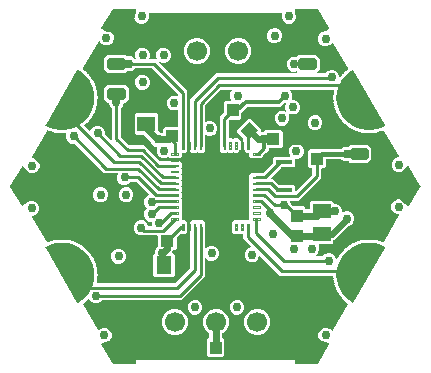
<source format=gbr>
G04 EAGLE Gerber RS-274X export*
G75*
%MOMM*%
%FSLAX34Y34*%
%LPD*%
%INBottom Copper*%
%IPPOS*%
%AMOC8*
5,1,8,0,0,1.08239X$1,22.5*%
G01*
%ADD10R,1.000000X1.100000*%
%ADD11R,1.500000X1.300000*%
%ADD12C,0.124994*%
%ADD13R,5.699988X5.699988*%
%ADD14R,1.399997X0.400000*%
%ADD15R,1.300000X1.500000*%
%ADD16R,1.100000X1.000000*%
%ADD17C,0.499997*%
%ADD18C,1.000000*%
%ADD19C,1.700000*%
%ADD20C,0.756400*%
%ADD21C,0.254000*%
%ADD22C,0.609600*%
%ADD23C,0.304800*%
%ADD24C,0.406400*%

G36*
X278630Y195708D02*
X278630Y195708D01*
X278658Y195706D01*
X278726Y195728D01*
X278797Y195742D01*
X278820Y195758D01*
X278847Y195767D01*
X278902Y195814D01*
X278961Y195855D01*
X278976Y195879D01*
X278998Y195897D01*
X279029Y195962D01*
X279068Y196022D01*
X279073Y196050D01*
X279085Y196076D01*
X279094Y196177D01*
X279101Y196219D01*
X279099Y196229D01*
X279100Y196242D01*
X278861Y199243D01*
X413543Y199243D01*
X413304Y196242D01*
X413308Y196213D01*
X413303Y196185D01*
X413320Y196116D01*
X413328Y196044D01*
X413343Y196020D01*
X413349Y195992D01*
X413392Y195934D01*
X413428Y195872D01*
X413450Y195855D01*
X413467Y195832D01*
X413529Y195795D01*
X413586Y195752D01*
X413614Y195745D01*
X413638Y195730D01*
X413738Y195714D01*
X413779Y195703D01*
X413789Y195705D01*
X413802Y195703D01*
X432802Y195703D01*
X432878Y195718D01*
X432956Y195727D01*
X432975Y195738D01*
X432997Y195742D01*
X433061Y195786D01*
X433129Y195825D01*
X433145Y195844D01*
X433161Y195855D01*
X433185Y195893D01*
X433235Y195953D01*
X442735Y212453D01*
X442744Y212480D01*
X442760Y212504D01*
X442775Y212574D01*
X442798Y212642D01*
X442795Y212670D01*
X442801Y212698D01*
X442788Y212769D01*
X442782Y212840D01*
X442769Y212865D01*
X442763Y212893D01*
X442723Y212953D01*
X442690Y213016D01*
X442668Y213034D01*
X442652Y213058D01*
X442569Y213116D01*
X442537Y213143D01*
X442526Y213146D01*
X442516Y213153D01*
X439750Y214462D01*
X439717Y214470D01*
X439674Y214490D01*
X436734Y215338D01*
X436700Y215341D01*
X436656Y215354D01*
X435568Y215485D01*
X434383Y216669D01*
X433421Y218993D01*
X433421Y221509D01*
X434383Y223832D01*
X436162Y225611D01*
X436278Y225659D01*
X437503Y226167D01*
X438486Y226574D01*
X441001Y226574D01*
X443325Y225611D01*
X444724Y224212D01*
X444784Y224172D01*
X444838Y224126D01*
X444867Y224117D01*
X444891Y224101D01*
X444962Y224087D01*
X445030Y224066D01*
X445059Y224069D01*
X445088Y224063D01*
X445158Y224078D01*
X445229Y224084D01*
X445255Y224098D01*
X445284Y224105D01*
X445343Y224145D01*
X445406Y224179D01*
X445427Y224203D01*
X445449Y224219D01*
X445477Y224263D01*
X445522Y224317D01*
X458239Y246342D01*
X458254Y246389D01*
X458279Y246432D01*
X458286Y246483D01*
X458303Y246532D01*
X458299Y246582D01*
X458305Y246631D01*
X458292Y246681D01*
X458288Y246732D01*
X458266Y246776D01*
X458253Y246824D01*
X458218Y246870D01*
X458197Y246911D01*
X458170Y246934D01*
X458144Y246968D01*
X457393Y247665D01*
X457363Y247683D01*
X457333Y247712D01*
X456512Y248272D01*
X456495Y248362D01*
X456469Y248427D01*
X456450Y248496D01*
X456430Y248522D01*
X456420Y248548D01*
X456383Y248584D01*
X456342Y248640D01*
X455093Y249797D01*
X455033Y249834D01*
X454977Y249878D01*
X454946Y249887D01*
X454922Y249902D01*
X454871Y249910D01*
X454805Y249929D01*
X454713Y249940D01*
X454094Y250716D01*
X454067Y250739D01*
X454042Y250772D01*
X453313Y251448D01*
X453310Y251539D01*
X453293Y251608D01*
X453285Y251678D01*
X453270Y251707D01*
X453263Y251734D01*
X453232Y251776D01*
X453200Y251837D01*
X452137Y253168D01*
X452083Y253213D01*
X452035Y253264D01*
X452005Y253278D01*
X451984Y253296D01*
X451935Y253312D01*
X451872Y253341D01*
X451783Y253365D01*
X451286Y254225D01*
X451263Y254251D01*
X451243Y254288D01*
X450624Y255065D01*
X450634Y255156D01*
X450628Y255226D01*
X450630Y255297D01*
X450619Y255328D01*
X450617Y255356D01*
X450593Y255401D01*
X450569Y255466D01*
X449717Y256941D01*
X449671Y256994D01*
X449631Y257052D01*
X449603Y257070D01*
X449585Y257091D01*
X449538Y257113D01*
X449481Y257152D01*
X449396Y257189D01*
X449033Y258114D01*
X449014Y258143D01*
X449000Y258182D01*
X448503Y259042D01*
X448527Y259131D01*
X448531Y259201D01*
X448544Y259271D01*
X448538Y259303D01*
X448539Y259331D01*
X448522Y259380D01*
X448509Y259448D01*
X447886Y261032D01*
X447848Y261092D01*
X447817Y261155D01*
X447793Y261177D01*
X447778Y261201D01*
X447735Y261230D01*
X447684Y261277D01*
X447606Y261325D01*
X447385Y262294D01*
X447370Y262326D01*
X447362Y262366D01*
X446999Y263291D01*
X447036Y263376D01*
X447051Y263445D01*
X447074Y263512D01*
X447072Y263544D01*
X447078Y263572D01*
X447069Y263622D01*
X447065Y263691D01*
X446686Y265351D01*
X446657Y265416D01*
X446636Y265483D01*
X446615Y265509D01*
X446604Y265534D01*
X446566Y265569D01*
X446522Y265623D01*
X446452Y265683D01*
X446378Y266674D01*
X446368Y266707D01*
X446367Y266749D01*
X446145Y267717D01*
X446194Y267795D01*
X446219Y267861D01*
X446252Y267924D01*
X446255Y267956D01*
X446265Y267983D01*
X446263Y268034D01*
X446270Y268103D01*
X446142Y269801D01*
X446123Y269869D01*
X446112Y269939D01*
X446096Y269967D01*
X446088Y269994D01*
X446056Y270034D01*
X446021Y270094D01*
X445841Y270303D01*
X445822Y270336D01*
X445802Y270351D01*
X445788Y270371D01*
X445723Y270412D01*
X445663Y270458D01*
X445639Y270464D01*
X445618Y270477D01*
X445523Y270494D01*
X445469Y270508D01*
X445455Y270507D01*
X445440Y270509D01*
X401012Y270509D01*
X398631Y272890D01*
X384335Y287186D01*
X384332Y287188D01*
X384330Y287191D01*
X384249Y287243D01*
X384168Y287296D01*
X384164Y287297D01*
X384161Y287299D01*
X384066Y287316D01*
X383971Y287334D01*
X383968Y287333D01*
X383964Y287334D01*
X383869Y287312D01*
X383775Y287292D01*
X383772Y287290D01*
X383768Y287289D01*
X383690Y287233D01*
X383611Y287178D01*
X383609Y287175D01*
X383605Y287173D01*
X383508Y287021D01*
X382550Y284708D01*
X380772Y282930D01*
X380698Y282899D01*
X379473Y282392D01*
X378448Y281967D01*
X375932Y281967D01*
X373608Y282930D01*
X371830Y284708D01*
X370867Y287032D01*
X370867Y289548D01*
X371830Y291872D01*
X373608Y293650D01*
X374786Y294138D01*
X374787Y294138D01*
X375921Y294608D01*
X375924Y294610D01*
X375928Y294611D01*
X376008Y294666D01*
X376087Y294720D01*
X376089Y294723D01*
X376093Y294725D01*
X376145Y294807D01*
X376197Y294887D01*
X376198Y294891D01*
X376200Y294895D01*
X376216Y294989D01*
X376234Y295084D01*
X376233Y295088D01*
X376234Y295092D01*
X376212Y295186D01*
X376191Y295280D01*
X376189Y295283D01*
X376188Y295287D01*
X376086Y295435D01*
X369891Y301630D01*
X369891Y305154D01*
X369890Y305159D01*
X369891Y305164D01*
X369870Y305257D01*
X369852Y305350D01*
X369849Y305355D01*
X369848Y305360D01*
X369792Y305438D01*
X369739Y305516D01*
X369735Y305519D01*
X369732Y305523D01*
X369650Y305574D01*
X369571Y305625D01*
X369566Y305626D01*
X369561Y305629D01*
X369384Y305661D01*
X366766Y305661D01*
X366561Y305866D01*
X366556Y305869D01*
X366553Y305874D01*
X366473Y305925D01*
X366394Y305977D01*
X366389Y305978D01*
X366384Y305981D01*
X366291Y305997D01*
X366197Y306015D01*
X366192Y306014D01*
X366187Y306015D01*
X366094Y305993D01*
X366001Y305973D01*
X365997Y305970D01*
X365991Y305969D01*
X365843Y305866D01*
X365638Y305661D01*
X361766Y305661D01*
X359911Y307516D01*
X359911Y315888D01*
X361766Y317743D01*
X365638Y317743D01*
X365843Y317538D01*
X365848Y317535D01*
X365851Y317530D01*
X365931Y317480D01*
X366010Y317427D01*
X366015Y317426D01*
X366020Y317423D01*
X366114Y317407D01*
X366207Y317389D01*
X366212Y317390D01*
X366218Y317389D01*
X366309Y317411D01*
X366403Y317431D01*
X366408Y317434D01*
X366413Y317435D01*
X366561Y317538D01*
X366766Y317743D01*
X370638Y317743D01*
X370843Y317538D01*
X370848Y317535D01*
X370851Y317530D01*
X370931Y317480D01*
X371010Y317427D01*
X371015Y317426D01*
X371020Y317423D01*
X371114Y317407D01*
X371207Y317389D01*
X371212Y317390D01*
X371218Y317389D01*
X371309Y317411D01*
X371403Y317431D01*
X371408Y317434D01*
X371413Y317435D01*
X371561Y317538D01*
X371766Y317743D01*
X374154Y317743D01*
X374159Y317744D01*
X374164Y317743D01*
X374257Y317764D01*
X374351Y317782D01*
X374355Y317785D01*
X374360Y317786D01*
X374438Y317842D01*
X374516Y317895D01*
X374519Y317899D01*
X374524Y317902D01*
X374574Y317984D01*
X374626Y318063D01*
X374627Y318068D01*
X374629Y318073D01*
X374661Y318250D01*
X374661Y320638D01*
X374866Y320843D01*
X374869Y320848D01*
X374874Y320851D01*
X374924Y320931D01*
X374977Y321010D01*
X374978Y321015D01*
X374981Y321020D01*
X374997Y321114D01*
X375015Y321207D01*
X375014Y321212D01*
X375015Y321218D01*
X374993Y321309D01*
X374973Y321403D01*
X374970Y321408D01*
X374969Y321413D01*
X374866Y321561D01*
X374661Y321766D01*
X374661Y325638D01*
X374866Y325843D01*
X374869Y325848D01*
X374874Y325851D01*
X374924Y325931D01*
X374977Y326010D01*
X374978Y326015D01*
X374981Y326020D01*
X374997Y326114D01*
X375015Y326207D01*
X375014Y326212D01*
X375015Y326218D01*
X374993Y326309D01*
X374973Y326403D01*
X374970Y326408D01*
X374969Y326413D01*
X374866Y326561D01*
X374661Y326766D01*
X374661Y330638D01*
X374866Y330843D01*
X374869Y330848D01*
X374874Y330851D01*
X374924Y330931D01*
X374977Y331010D01*
X374978Y331015D01*
X374981Y331020D01*
X374997Y331114D01*
X375015Y331207D01*
X375014Y331212D01*
X375015Y331218D01*
X374993Y331309D01*
X374973Y331403D01*
X374970Y331408D01*
X374969Y331413D01*
X374866Y331561D01*
X374661Y331766D01*
X374661Y335638D01*
X374866Y335843D01*
X374867Y335845D01*
X374868Y335845D01*
X374870Y335848D01*
X374874Y335851D01*
X374924Y335931D01*
X374977Y336010D01*
X374978Y336015D01*
X374981Y336020D01*
X374997Y336114D01*
X375015Y336207D01*
X375014Y336212D01*
X375015Y336218D01*
X374993Y336309D01*
X374973Y336403D01*
X374970Y336408D01*
X374969Y336413D01*
X374866Y336561D01*
X374661Y336766D01*
X374661Y340638D01*
X374866Y340843D01*
X374869Y340848D01*
X374874Y340851D01*
X374924Y340931D01*
X374977Y341010D01*
X374978Y341015D01*
X374981Y341020D01*
X374997Y341114D01*
X375015Y341207D01*
X375014Y341212D01*
X375015Y341218D01*
X374993Y341309D01*
X374973Y341403D01*
X374970Y341408D01*
X374969Y341413D01*
X374866Y341561D01*
X374661Y341766D01*
X374661Y345638D01*
X374866Y345843D01*
X374869Y345848D01*
X374874Y345851D01*
X374924Y345930D01*
X374977Y346010D01*
X374978Y346015D01*
X374981Y346020D01*
X374997Y346114D01*
X375015Y346207D01*
X375014Y346212D01*
X375015Y346218D01*
X374993Y346309D01*
X374973Y346403D01*
X374970Y346408D01*
X374969Y346413D01*
X374866Y346561D01*
X374661Y346766D01*
X374661Y350638D01*
X374866Y350843D01*
X374869Y350848D01*
X374874Y350851D01*
X374924Y350931D01*
X374977Y351010D01*
X374978Y351015D01*
X374981Y351020D01*
X374997Y351114D01*
X375015Y351207D01*
X375014Y351212D01*
X375015Y351218D01*
X374993Y351309D01*
X374973Y351403D01*
X374970Y351408D01*
X374969Y351413D01*
X374866Y351561D01*
X374661Y351766D01*
X374661Y355638D01*
X376516Y357493D01*
X378893Y357493D01*
X378901Y357494D01*
X378909Y357493D01*
X378994Y357513D01*
X386203Y357513D01*
X386211Y357514D01*
X386219Y357513D01*
X386309Y357534D01*
X386400Y357552D01*
X386406Y357557D01*
X386414Y357559D01*
X386562Y357661D01*
X394646Y365745D01*
X394650Y365752D01*
X394657Y365756D01*
X394706Y365835D01*
X394757Y365912D01*
X394758Y365920D01*
X394763Y365927D01*
X394795Y366104D01*
X394795Y369873D01*
X396283Y371361D01*
X409203Y371361D01*
X409205Y371361D01*
X409208Y371361D01*
X409302Y371381D01*
X409399Y371401D01*
X409402Y371402D01*
X409404Y371403D01*
X409484Y371458D01*
X409565Y371513D01*
X409567Y371515D01*
X409569Y371517D01*
X409622Y371600D01*
X409674Y371681D01*
X409675Y371684D01*
X409676Y371686D01*
X409692Y371782D01*
X409710Y371878D01*
X409709Y371881D01*
X409710Y371884D01*
X409688Y371977D01*
X409666Y372074D01*
X409665Y372076D01*
X409664Y372079D01*
X409561Y372227D01*
X409450Y372339D01*
X408487Y374662D01*
X408487Y377178D01*
X409450Y379502D01*
X411228Y381280D01*
X411482Y381385D01*
X412706Y381892D01*
X413552Y382243D01*
X416068Y382243D01*
X418392Y381280D01*
X420170Y379502D01*
X421133Y377178D01*
X421133Y374662D01*
X420170Y372338D01*
X418392Y370560D01*
X417393Y370146D01*
X416169Y369639D01*
X416068Y369597D01*
X414383Y369597D01*
X414378Y369596D01*
X414373Y369597D01*
X414280Y369576D01*
X414187Y369558D01*
X414182Y369555D01*
X414177Y369554D01*
X414099Y369498D01*
X414021Y369445D01*
X414018Y369441D01*
X414014Y369438D01*
X413963Y369356D01*
X413912Y369277D01*
X413911Y369272D01*
X413908Y369267D01*
X413876Y369090D01*
X413876Y363768D01*
X412388Y362279D01*
X402169Y362279D01*
X402161Y362278D01*
X402153Y362279D01*
X402063Y362258D01*
X401972Y362240D01*
X401966Y362235D01*
X401958Y362234D01*
X401810Y362131D01*
X393058Y353379D01*
X393056Y353376D01*
X393054Y353375D01*
X393002Y353294D01*
X392947Y353212D01*
X392946Y353209D01*
X392945Y353207D01*
X392928Y353111D01*
X392909Y353015D01*
X392910Y353012D01*
X392909Y353010D01*
X392931Y352913D01*
X392951Y352819D01*
X392952Y352817D01*
X392953Y352814D01*
X393009Y352734D01*
X393065Y352654D01*
X393067Y352653D01*
X393069Y352651D01*
X393152Y352599D01*
X393234Y352547D01*
X393237Y352546D01*
X393239Y352545D01*
X393417Y352513D01*
X394556Y352513D01*
X399560Y347510D01*
X399566Y347505D01*
X399571Y347499D01*
X399649Y347450D01*
X399727Y347399D01*
X399734Y347397D01*
X399741Y347393D01*
X399918Y347361D01*
X412388Y347361D01*
X413876Y345873D01*
X413876Y343020D01*
X413876Y343017D01*
X413876Y343015D01*
X413896Y342920D01*
X413916Y342823D01*
X413917Y342821D01*
X413918Y342818D01*
X413974Y342738D01*
X414028Y342657D01*
X414030Y342656D01*
X414032Y342654D01*
X414116Y342601D01*
X414196Y342548D01*
X414199Y342548D01*
X414201Y342546D01*
X414298Y342530D01*
X414394Y342513D01*
X414396Y342513D01*
X414399Y342513D01*
X414492Y342535D01*
X414589Y342556D01*
X414591Y342558D01*
X414594Y342558D01*
X414742Y342661D01*
X428131Y356050D01*
X428135Y356057D01*
X428142Y356061D01*
X428190Y356140D01*
X428242Y356217D01*
X428243Y356225D01*
X428247Y356231D01*
X428279Y356409D01*
X428279Y360973D01*
X428278Y360978D01*
X428279Y360983D01*
X428259Y361076D01*
X428240Y361169D01*
X428237Y361173D01*
X428236Y361179D01*
X428180Y361256D01*
X428127Y361335D01*
X428123Y361338D01*
X428120Y361342D01*
X428038Y361393D01*
X427959Y361444D01*
X427954Y361445D01*
X427949Y361448D01*
X427772Y361480D01*
X426038Y361480D01*
X424549Y362968D01*
X424549Y376073D01*
X426038Y377561D01*
X433454Y377561D01*
X433462Y377563D01*
X433469Y377562D01*
X433559Y377583D01*
X433650Y377601D01*
X433657Y377605D01*
X433665Y377607D01*
X433813Y377710D01*
X434259Y378156D01*
X452621Y378156D01*
X452629Y378157D01*
X452636Y378156D01*
X452726Y378177D01*
X452817Y378196D01*
X452824Y378200D01*
X452832Y378202D01*
X452980Y378304D01*
X453618Y378943D01*
X454615Y379356D01*
X455839Y379863D01*
X455840Y379863D01*
X455942Y379906D01*
X458458Y379906D01*
X458504Y379887D01*
X458510Y379886D01*
X458516Y379882D01*
X458608Y379866D01*
X458700Y379848D01*
X458707Y379850D01*
X458713Y379848D01*
X458804Y379870D01*
X458897Y379889D01*
X458902Y379893D01*
X458909Y379894D01*
X459057Y379997D01*
X460184Y381124D01*
X475359Y381124D01*
X478312Y378171D01*
X478312Y368995D01*
X475359Y366042D01*
X460184Y366042D01*
X459057Y367170D01*
X459051Y367173D01*
X459047Y367179D01*
X458968Y367228D01*
X458890Y367281D01*
X458883Y367282D01*
X458878Y367285D01*
X458785Y367300D01*
X458693Y367318D01*
X458686Y367317D01*
X458680Y367318D01*
X458504Y367280D01*
X458458Y367260D01*
X455942Y367260D01*
X453618Y368223D01*
X452980Y368862D01*
X452973Y368866D01*
X452968Y368873D01*
X452890Y368922D01*
X452813Y368973D01*
X452805Y368974D01*
X452798Y368978D01*
X452621Y369010D01*
X440138Y369010D01*
X440133Y369009D01*
X440128Y369010D01*
X440035Y368990D01*
X439942Y368971D01*
X439937Y368968D01*
X439932Y368967D01*
X439854Y368912D01*
X439776Y368858D01*
X439773Y368854D01*
X439769Y368851D01*
X439718Y368769D01*
X439667Y368690D01*
X439666Y368685D01*
X439663Y368681D01*
X439631Y368503D01*
X439631Y362968D01*
X438142Y361480D01*
X436408Y361480D01*
X436403Y361479D01*
X436398Y361480D01*
X436305Y361459D01*
X436212Y361440D01*
X436207Y361437D01*
X436202Y361436D01*
X436124Y361381D01*
X436046Y361328D01*
X436043Y361323D01*
X436039Y361320D01*
X435988Y361239D01*
X435937Y361160D01*
X435936Y361154D01*
X435933Y361150D01*
X435901Y360973D01*
X435901Y353042D01*
X416868Y334009D01*
X409885Y334009D01*
X409881Y334008D01*
X409877Y334009D01*
X409783Y333989D01*
X409688Y333970D01*
X409685Y333967D01*
X409681Y333967D01*
X409602Y333911D01*
X409523Y333857D01*
X409521Y333854D01*
X409517Y333851D01*
X409466Y333769D01*
X409413Y333689D01*
X409413Y333685D01*
X409411Y333682D01*
X409395Y333586D01*
X409378Y333492D01*
X409379Y333488D01*
X409378Y333484D01*
X409416Y333308D01*
X410159Y331514D01*
X410164Y331507D01*
X410166Y331498D01*
X410269Y331350D01*
X412086Y329533D01*
X412093Y329529D01*
X412097Y329522D01*
X412176Y329473D01*
X412253Y329422D01*
X412261Y329421D01*
X412267Y329416D01*
X412445Y329384D01*
X420938Y329384D01*
X422427Y327896D01*
X422427Y327440D01*
X422428Y327435D01*
X422427Y327429D01*
X422448Y327336D01*
X422466Y327243D01*
X422469Y327239D01*
X422471Y327234D01*
X422526Y327156D01*
X422579Y327077D01*
X422583Y327075D01*
X422587Y327070D01*
X422668Y327020D01*
X422747Y326968D01*
X422752Y326967D01*
X422757Y326964D01*
X422934Y326932D01*
X425579Y326932D01*
X425585Y326933D01*
X425590Y326933D01*
X425683Y326953D01*
X425776Y326972D01*
X425780Y326975D01*
X425785Y326976D01*
X425863Y327031D01*
X425942Y327085D01*
X425945Y327089D01*
X425949Y327092D01*
X425999Y327173D01*
X426051Y327253D01*
X426052Y327258D01*
X426055Y327262D01*
X426087Y327440D01*
X426087Y332610D01*
X427575Y334099D01*
X444680Y334099D01*
X446168Y332610D01*
X446168Y331950D01*
X446169Y331945D01*
X446168Y331940D01*
X446189Y331847D01*
X446208Y331753D01*
X446211Y331749D01*
X446212Y331744D01*
X446267Y331666D01*
X446320Y331588D01*
X446325Y331585D01*
X446328Y331581D01*
X446409Y331530D01*
X446488Y331478D01*
X446494Y331478D01*
X446498Y331475D01*
X446675Y331443D01*
X448298Y331443D01*
X450622Y330480D01*
X452400Y328702D01*
X453363Y326378D01*
X453363Y324783D01*
X453364Y324779D01*
X453363Y324776D01*
X453383Y324682D01*
X453402Y324587D01*
X453405Y324584D01*
X453405Y324580D01*
X453461Y324501D01*
X453515Y324421D01*
X453518Y324419D01*
X453521Y324416D01*
X453603Y324364D01*
X453683Y324312D01*
X453687Y324311D01*
X453690Y324309D01*
X453786Y324293D01*
X453880Y324276D01*
X453884Y324277D01*
X453888Y324276D01*
X454064Y324315D01*
X454688Y324573D01*
X455912Y325080D01*
X455942Y325093D01*
X458458Y325093D01*
X460782Y324130D01*
X462560Y322352D01*
X463523Y320028D01*
X463523Y317512D01*
X462560Y315188D01*
X460782Y313410D01*
X460599Y313334D01*
X459375Y312827D01*
X459103Y312714D01*
X459095Y312709D01*
X459086Y312707D01*
X458938Y312605D01*
X447654Y301320D01*
X447268Y301160D01*
X446481Y300834D01*
X446476Y300831D01*
X446469Y300829D01*
X446392Y300775D01*
X446315Y300723D01*
X446311Y300717D01*
X446306Y300713D01*
X446256Y300634D01*
X446205Y300555D01*
X446204Y300549D01*
X446200Y300543D01*
X446168Y300366D01*
X446168Y298506D01*
X444680Y297017D01*
X434082Y297017D01*
X434078Y297016D01*
X434074Y297017D01*
X433980Y296997D01*
X433886Y296978D01*
X433882Y296975D01*
X433878Y296975D01*
X433799Y296919D01*
X433720Y296865D01*
X433718Y296862D01*
X433714Y296859D01*
X433663Y296777D01*
X433611Y296697D01*
X433610Y296693D01*
X433608Y296690D01*
X433592Y296594D01*
X433575Y296500D01*
X433576Y296496D01*
X433575Y296492D01*
X433613Y296316D01*
X434313Y294628D01*
X434313Y292112D01*
X433350Y289788D01*
X431572Y288010D01*
X431540Y287997D01*
X431539Y287996D01*
X431537Y287996D01*
X431453Y287939D01*
X431373Y287885D01*
X431372Y287884D01*
X431371Y287883D01*
X431318Y287801D01*
X431263Y287717D01*
X431263Y287716D01*
X431262Y287715D01*
X431245Y287618D01*
X431226Y287520D01*
X431227Y287519D01*
X431227Y287518D01*
X431249Y287418D01*
X431269Y287324D01*
X431270Y287323D01*
X431270Y287322D01*
X431328Y287240D01*
X431384Y287160D01*
X431385Y287160D01*
X431386Y287159D01*
X431471Y287106D01*
X431554Y287054D01*
X431555Y287053D01*
X431556Y287053D01*
X431734Y287021D01*
X436619Y287021D01*
X436627Y287022D01*
X436634Y287021D01*
X436724Y287042D01*
X436815Y287060D01*
X436822Y287065D01*
X436830Y287067D01*
X436978Y287169D01*
X438378Y288570D01*
X439574Y289066D01*
X439575Y289066D01*
X440702Y289533D01*
X443218Y289533D01*
X445542Y288570D01*
X447320Y286792D01*
X448222Y284615D01*
X448226Y284609D01*
X448227Y284602D01*
X448282Y284526D01*
X448333Y284449D01*
X448340Y284445D01*
X448344Y284439D01*
X448423Y284390D01*
X448501Y284339D01*
X448508Y284337D01*
X448515Y284334D01*
X448606Y284319D01*
X448698Y284302D01*
X448705Y284304D01*
X448713Y284303D01*
X448803Y284325D01*
X448894Y284345D01*
X448900Y284349D01*
X448907Y284351D01*
X448982Y284407D01*
X449058Y284460D01*
X449062Y284466D01*
X449068Y284471D01*
X449162Y284624D01*
X449387Y285198D01*
X449472Y285235D01*
X449530Y285275D01*
X449592Y285309D01*
X449613Y285334D01*
X449636Y285350D01*
X449663Y285393D01*
X449708Y285446D01*
X450559Y286921D01*
X450582Y286988D01*
X450612Y287052D01*
X450614Y287085D01*
X450623Y287111D01*
X450619Y287163D01*
X450624Y287232D01*
X450613Y287323D01*
X451233Y288100D01*
X451248Y288131D01*
X451275Y288163D01*
X451772Y289023D01*
X451861Y289047D01*
X451888Y289061D01*
X451911Y289066D01*
X451937Y289083D01*
X451990Y289102D01*
X452015Y289124D01*
X452040Y289136D01*
X452074Y289176D01*
X452126Y289221D01*
X453187Y290553D01*
X453219Y290615D01*
X453259Y290674D01*
X453266Y290706D01*
X453279Y290731D01*
X453283Y290782D01*
X453297Y290850D01*
X453301Y290942D01*
X454029Y291618D01*
X454049Y291646D01*
X454081Y291674D01*
X454700Y292451D01*
X454791Y292461D01*
X454858Y292483D01*
X454928Y292496D01*
X454955Y292514D01*
X454982Y292522D01*
X455021Y292556D01*
X455079Y292593D01*
X456327Y293752D01*
X456368Y293809D01*
X456416Y293861D01*
X456428Y293892D01*
X456444Y293914D01*
X456456Y293965D01*
X456480Y294029D01*
X456498Y294120D01*
X457318Y294680D01*
X457343Y294705D01*
X457378Y294727D01*
X458106Y295403D01*
X458198Y295400D01*
X458267Y295411D01*
X458338Y295414D01*
X458368Y295427D01*
X458395Y295432D01*
X458439Y295459D01*
X458502Y295488D01*
X459909Y296447D01*
X459958Y296498D01*
X460013Y296542D01*
X460029Y296571D01*
X460049Y296591D01*
X460068Y296639D01*
X460102Y296699D01*
X460132Y296786D01*
X461027Y297217D01*
X461055Y297238D01*
X461093Y297255D01*
X461914Y297815D01*
X462004Y297798D01*
X462075Y297799D01*
X462145Y297791D01*
X462176Y297800D01*
X462205Y297800D01*
X462252Y297821D01*
X462319Y297839D01*
X463852Y298579D01*
X463909Y298621D01*
X463970Y298657D01*
X463990Y298683D01*
X464012Y298700D01*
X464038Y298744D01*
X464081Y298799D01*
X464124Y298880D01*
X465073Y299173D01*
X465103Y299190D01*
X465144Y299201D01*
X466039Y299632D01*
X466126Y299602D01*
X466195Y299592D01*
X466264Y299574D01*
X466296Y299578D01*
X466324Y299575D01*
X466374Y299588D01*
X466443Y299596D01*
X468069Y300099D01*
X468131Y300132D01*
X468197Y300158D01*
X468221Y300181D01*
X468245Y300194D01*
X468278Y300235D01*
X468328Y300282D01*
X468383Y300356D01*
X469365Y300505D01*
X469398Y300517D01*
X469439Y300522D01*
X470388Y300815D01*
X470470Y300772D01*
X470537Y300752D01*
X470602Y300724D01*
X470635Y300723D01*
X470662Y300715D01*
X470713Y300721D01*
X470782Y300719D01*
X472466Y300973D01*
X472532Y300997D01*
X472601Y301013D01*
X472628Y301032D01*
X472654Y301042D01*
X472692Y301077D01*
X472749Y301116D01*
X472814Y301181D01*
X473808Y301181D01*
X473842Y301188D01*
X473883Y301187D01*
X474866Y301336D01*
X474940Y301281D01*
X475004Y301251D01*
X475064Y301214D01*
X475096Y301208D01*
X475121Y301196D01*
X475173Y301194D01*
X475241Y301182D01*
X476944Y301182D01*
X477013Y301196D01*
X477083Y301202D01*
X477113Y301217D01*
X477140Y301222D01*
X477183Y301251D01*
X477245Y301282D01*
X477319Y301336D01*
X478301Y301189D01*
X478336Y301190D01*
X478377Y301183D01*
X479371Y301183D01*
X479436Y301118D01*
X479495Y301079D01*
X479548Y301033D01*
X479579Y301023D01*
X479603Y301007D01*
X479653Y300998D01*
X479719Y300975D01*
X481403Y300722D01*
X481473Y300726D01*
X481544Y300721D01*
X481575Y300731D01*
X481603Y300732D01*
X481649Y300754D01*
X481715Y300775D01*
X481797Y300818D01*
X482746Y300526D01*
X482781Y300522D01*
X482820Y300509D01*
X483803Y300361D01*
X483857Y300287D01*
X483910Y300240D01*
X483956Y300187D01*
X483985Y300172D01*
X484006Y300153D01*
X484055Y300135D01*
X484116Y300104D01*
X485743Y299602D01*
X485813Y299595D01*
X485882Y299580D01*
X485915Y299585D01*
X485943Y299582D01*
X485992Y299598D01*
X486060Y299608D01*
X486147Y299639D01*
X487042Y299208D01*
X487055Y299205D01*
X487058Y299203D01*
X487073Y299200D01*
X487076Y299199D01*
X487113Y299180D01*
X488111Y298873D01*
X488160Y298868D01*
X488207Y298853D01*
X488259Y298858D01*
X488310Y298853D01*
X488358Y298867D01*
X488407Y298872D01*
X488452Y298896D01*
X488502Y298912D01*
X488540Y298943D01*
X488583Y298966D01*
X488621Y299011D01*
X488656Y299040D01*
X488672Y299072D01*
X488700Y299104D01*
X501757Y321721D01*
X501769Y321757D01*
X501790Y321788D01*
X501801Y321851D01*
X501821Y321911D01*
X501819Y321949D01*
X501825Y321985D01*
X501811Y322048D01*
X501807Y322111D01*
X501790Y322144D01*
X501782Y322181D01*
X501745Y322233D01*
X501716Y322290D01*
X501687Y322314D01*
X501666Y322344D01*
X501611Y322378D01*
X501563Y322419D01*
X501527Y322431D01*
X501495Y322450D01*
X501423Y322463D01*
X501372Y322479D01*
X501347Y322477D01*
X501318Y322482D01*
X500226Y322482D01*
X497902Y323445D01*
X496123Y325223D01*
X495161Y327547D01*
X495161Y330063D01*
X496123Y332387D01*
X497902Y334165D01*
X498012Y334211D01*
X498013Y334211D01*
X499237Y334718D01*
X500226Y335128D01*
X502741Y335128D01*
X503655Y334749D01*
X504768Y333268D01*
X504793Y333245D01*
X504821Y333208D01*
X507033Y331084D01*
X507061Y331066D01*
X507095Y331033D01*
X509618Y329291D01*
X509645Y329280D01*
X509667Y329261D01*
X509736Y329241D01*
X509801Y329213D01*
X509830Y329213D01*
X509858Y329205D01*
X509929Y329213D01*
X510000Y329213D01*
X510027Y329224D01*
X510056Y329227D01*
X510118Y329262D01*
X510183Y329290D01*
X510204Y329310D01*
X510229Y329325D01*
X510292Y329402D01*
X510322Y329432D01*
X510326Y329442D01*
X510335Y329453D01*
X519835Y345953D01*
X519845Y345985D01*
X519854Y345998D01*
X519858Y346022D01*
X519859Y346026D01*
X519890Y346096D01*
X519890Y346120D01*
X519898Y346142D01*
X519892Y346218D01*
X519893Y346295D01*
X519883Y346319D01*
X519882Y346340D01*
X519861Y346379D01*
X519835Y346451D01*
X510335Y362951D01*
X510316Y362973D01*
X510303Y362999D01*
X510250Y363047D01*
X510203Y363100D01*
X510177Y363113D01*
X510156Y363132D01*
X510088Y363155D01*
X510024Y363186D01*
X509995Y363188D01*
X509968Y363197D01*
X509896Y363192D01*
X509825Y363195D01*
X509798Y363185D01*
X509769Y363183D01*
X509679Y363141D01*
X509639Y363126D01*
X509631Y363119D01*
X509618Y363113D01*
X507095Y361371D01*
X507071Y361347D01*
X507033Y361320D01*
X504821Y359196D01*
X504802Y359168D01*
X504768Y359136D01*
X504552Y358848D01*
X503662Y358480D01*
X502908Y358167D01*
X500392Y358167D01*
X498068Y359130D01*
X496290Y360908D01*
X495327Y363232D01*
X495327Y365748D01*
X496290Y368072D01*
X498068Y369850D01*
X498975Y370226D01*
X500199Y370733D01*
X500200Y370733D01*
X500392Y370813D01*
X500804Y370813D01*
X500840Y370820D01*
X500878Y370818D01*
X500938Y370840D01*
X501000Y370852D01*
X501031Y370873D01*
X501066Y370886D01*
X501113Y370929D01*
X501166Y370965D01*
X501186Y370996D01*
X501214Y371022D01*
X501241Y371080D01*
X501275Y371133D01*
X501282Y371170D01*
X501297Y371204D01*
X501300Y371268D01*
X501311Y371330D01*
X501303Y371367D01*
X501304Y371404D01*
X501279Y371474D01*
X501267Y371526D01*
X501253Y371546D01*
X501243Y371574D01*
X488700Y393300D01*
X488667Y393337D01*
X488643Y393380D01*
X488601Y393411D01*
X488567Y393450D01*
X488523Y393472D01*
X488484Y393502D01*
X488433Y393515D01*
X488387Y393538D01*
X488338Y393540D01*
X488290Y393553D01*
X488232Y393546D01*
X488186Y393548D01*
X488153Y393536D01*
X488111Y393531D01*
X487113Y393224D01*
X487082Y393207D01*
X487042Y393196D01*
X486147Y392765D01*
X486060Y392796D01*
X485990Y392805D01*
X485922Y392823D01*
X485890Y392819D01*
X485862Y392823D01*
X485812Y392810D01*
X485743Y392802D01*
X484116Y392300D01*
X484054Y392267D01*
X483988Y392240D01*
X483965Y392218D01*
X483940Y392205D01*
X483908Y392164D01*
X483857Y392117D01*
X483803Y392043D01*
X482820Y391895D01*
X482787Y391883D01*
X482746Y391878D01*
X481797Y391586D01*
X481715Y391629D01*
X481648Y391649D01*
X481583Y391677D01*
X481550Y391678D01*
X481523Y391686D01*
X481472Y391680D01*
X481403Y391682D01*
X479719Y391429D01*
X479653Y391405D01*
X479584Y391389D01*
X479557Y391370D01*
X479531Y391360D01*
X479493Y391325D01*
X479436Y391286D01*
X479371Y391221D01*
X478377Y391221D01*
X478343Y391214D01*
X478301Y391215D01*
X477319Y391068D01*
X477245Y391122D01*
X477181Y391152D01*
X477121Y391189D01*
X477089Y391195D01*
X477063Y391207D01*
X477012Y391209D01*
X476944Y391222D01*
X475241Y391222D01*
X475172Y391208D01*
X475102Y391203D01*
X475072Y391188D01*
X475045Y391183D01*
X475002Y391154D01*
X474940Y391123D01*
X474866Y391068D01*
X473883Y391217D01*
X473848Y391215D01*
X473808Y391223D01*
X472814Y391223D01*
X472749Y391288D01*
X472690Y391327D01*
X472637Y391373D01*
X472605Y391383D01*
X472582Y391399D01*
X472531Y391409D01*
X472466Y391431D01*
X470782Y391685D01*
X470712Y391682D01*
X470641Y391687D01*
X470610Y391677D01*
X470582Y391675D01*
X470536Y391653D01*
X470470Y391632D01*
X470388Y391589D01*
X469439Y391882D01*
X469404Y391886D01*
X469365Y391899D01*
X468383Y392048D01*
X468328Y392122D01*
X468276Y392169D01*
X468229Y392223D01*
X468200Y392238D01*
X468180Y392256D01*
X468131Y392274D01*
X468069Y392305D01*
X466443Y392808D01*
X466372Y392815D01*
X466303Y392830D01*
X466271Y392825D01*
X466243Y392828D01*
X466194Y392813D01*
X466126Y392802D01*
X466039Y392772D01*
X465144Y393203D01*
X465110Y393212D01*
X465073Y393231D01*
X464124Y393524D01*
X464081Y393605D01*
X464036Y393660D01*
X463998Y393720D01*
X463972Y393739D01*
X463954Y393761D01*
X463908Y393785D01*
X463852Y393825D01*
X462319Y394565D01*
X462250Y394582D01*
X462184Y394608D01*
X462152Y394607D01*
X462124Y394614D01*
X462073Y394607D01*
X462004Y394606D01*
X461914Y394589D01*
X461093Y395149D01*
X461061Y395162D01*
X461027Y395187D01*
X460132Y395618D01*
X460102Y395705D01*
X460066Y395766D01*
X460037Y395830D01*
X460014Y395853D01*
X460000Y395878D01*
X459966Y395903D01*
X459955Y395918D01*
X459937Y395929D01*
X459909Y395957D01*
X458502Y396916D01*
X458437Y396944D01*
X458376Y396979D01*
X458344Y396984D01*
X458318Y396994D01*
X458266Y396995D01*
X458198Y397004D01*
X458106Y397001D01*
X457378Y397677D01*
X457348Y397695D01*
X457318Y397724D01*
X456498Y398284D01*
X456480Y398375D01*
X456454Y398440D01*
X456435Y398508D01*
X456416Y398534D01*
X456405Y398560D01*
X456369Y398597D01*
X456327Y398652D01*
X455079Y399811D01*
X455019Y399848D01*
X454964Y399891D01*
X454932Y399901D01*
X454908Y399915D01*
X454857Y399923D01*
X454791Y399943D01*
X454700Y399953D01*
X454081Y400730D01*
X454054Y400753D01*
X454029Y400786D01*
X453301Y401462D01*
X453297Y401554D01*
X453281Y401623D01*
X453273Y401693D01*
X453257Y401722D01*
X453251Y401749D01*
X453220Y401791D01*
X453187Y401851D01*
X452126Y403183D01*
X452072Y403228D01*
X452024Y403280D01*
X451994Y403294D01*
X451973Y403312D01*
X451923Y403327D01*
X451861Y403357D01*
X451772Y403381D01*
X451275Y404241D01*
X451252Y404267D01*
X451233Y404304D01*
X450613Y405081D01*
X450624Y405172D01*
X450622Y405195D01*
X450622Y405197D01*
X450621Y405199D01*
X450618Y405243D01*
X450620Y405313D01*
X450609Y405344D01*
X450606Y405372D01*
X450582Y405418D01*
X450559Y405483D01*
X449708Y406958D01*
X449661Y407011D01*
X449621Y407069D01*
X449594Y407087D01*
X449576Y407108D01*
X449529Y407131D01*
X449472Y407169D01*
X449387Y407206D01*
X449025Y408131D01*
X449006Y408160D01*
X448992Y408199D01*
X448495Y409060D01*
X448519Y409149D01*
X448524Y409219D01*
X448536Y409289D01*
X448530Y409321D01*
X448532Y409349D01*
X448515Y409398D01*
X448501Y409465D01*
X447880Y411051D01*
X447842Y411110D01*
X447811Y411173D01*
X447787Y411195D01*
X447771Y411219D01*
X447729Y411248D01*
X447678Y411295D01*
X447600Y411344D01*
X447379Y412313D01*
X447365Y412344D01*
X447357Y412385D01*
X446994Y413310D01*
X447031Y413394D01*
X447046Y413463D01*
X447069Y413530D01*
X447067Y413563D01*
X447073Y413590D01*
X447064Y413641D01*
X447061Y413710D01*
X446682Y415370D01*
X446653Y415435D01*
X446632Y415502D01*
X446611Y415527D01*
X446600Y415553D01*
X446562Y415588D01*
X446519Y415642D01*
X446449Y415702D01*
X446375Y416693D01*
X446366Y416726D01*
X446364Y416768D01*
X446143Y417737D01*
X446192Y417814D01*
X446217Y417880D01*
X446250Y417943D01*
X446253Y417976D01*
X446263Y418002D01*
X446261Y418053D01*
X446268Y418122D01*
X446142Y419820D01*
X446122Y419888D01*
X446112Y419958D01*
X446095Y419986D01*
X446087Y420013D01*
X446055Y420053D01*
X446020Y420113D01*
X445960Y420183D01*
X446035Y421174D01*
X446031Y421208D01*
X446035Y421249D01*
X445961Y422240D01*
X446021Y422310D01*
X446056Y422372D01*
X446097Y422429D01*
X446105Y422460D01*
X446119Y422485D01*
X446125Y422536D01*
X446142Y422603D01*
X446270Y424301D01*
X446262Y424371D01*
X446261Y424442D01*
X446249Y424472D01*
X446246Y424500D01*
X446220Y424545D01*
X446194Y424609D01*
X446145Y424687D01*
X446367Y425655D01*
X446367Y425690D01*
X446378Y425730D01*
X446452Y426721D01*
X446522Y426781D01*
X446566Y426837D01*
X446615Y426887D01*
X446628Y426917D01*
X446645Y426939D01*
X446659Y426989D01*
X446686Y427053D01*
X446758Y427369D01*
X446760Y427431D01*
X446771Y427492D01*
X446762Y427530D01*
X446763Y427569D01*
X446741Y427627D01*
X446727Y427688D01*
X446705Y427720D01*
X446691Y427756D01*
X446647Y427801D01*
X446611Y427851D01*
X446578Y427872D01*
X446551Y427900D01*
X446494Y427924D01*
X446441Y427957D01*
X446399Y427965D01*
X446367Y427979D01*
X446321Y427979D01*
X446264Y427989D01*
X410217Y427989D01*
X410214Y427989D01*
X410212Y427989D01*
X410117Y427969D01*
X410021Y427950D01*
X410018Y427948D01*
X410016Y427948D01*
X409935Y427892D01*
X409855Y427837D01*
X409853Y427835D01*
X409851Y427833D01*
X409798Y427750D01*
X409745Y427669D01*
X409745Y427666D01*
X409744Y427664D01*
X409727Y427568D01*
X409710Y427472D01*
X409710Y427469D01*
X409710Y427467D01*
X409732Y427372D01*
X409753Y427276D01*
X409755Y427274D01*
X409756Y427271D01*
X409858Y427123D01*
X410490Y426492D01*
X411453Y424168D01*
X411453Y421652D01*
X410927Y420384D01*
X410927Y420380D01*
X410925Y420377D01*
X410907Y420282D01*
X410889Y420187D01*
X410890Y420184D01*
X410889Y420180D01*
X410910Y420083D01*
X410929Y419991D01*
X410932Y419988D01*
X410932Y419984D01*
X410989Y419905D01*
X411043Y419826D01*
X411046Y419824D01*
X411048Y419821D01*
X411130Y419770D01*
X411212Y419717D01*
X411215Y419717D01*
X411219Y419715D01*
X411396Y419683D01*
X412738Y419683D01*
X415062Y418720D01*
X416840Y416942D01*
X417803Y414618D01*
X417803Y412102D01*
X416840Y409778D01*
X415062Y408000D01*
X414296Y407683D01*
X413072Y407176D01*
X412738Y407037D01*
X410222Y407037D01*
X408813Y407621D01*
X408811Y407622D01*
X408808Y407623D01*
X408712Y407641D01*
X408616Y407660D01*
X408614Y407659D01*
X408611Y407660D01*
X408517Y407639D01*
X408420Y407619D01*
X408418Y407618D01*
X408415Y407617D01*
X408335Y407561D01*
X408255Y407506D01*
X408253Y407503D01*
X408251Y407502D01*
X408199Y407419D01*
X408146Y407337D01*
X408146Y407334D01*
X408145Y407332D01*
X408129Y407236D01*
X408112Y407139D01*
X408112Y407137D01*
X408112Y407134D01*
X408150Y406958D01*
X408913Y405118D01*
X408913Y402602D01*
X407950Y400278D01*
X406172Y398500D01*
X405074Y398045D01*
X403849Y397538D01*
X403848Y397537D01*
X401332Y397537D01*
X399008Y398500D01*
X397230Y400278D01*
X396267Y402602D01*
X396267Y405118D01*
X397230Y407442D01*
X399008Y409220D01*
X399162Y409284D01*
X400387Y409791D01*
X401332Y410183D01*
X403848Y410183D01*
X405257Y409599D01*
X405259Y409598D01*
X405262Y409597D01*
X405358Y409579D01*
X405454Y409560D01*
X405456Y409561D01*
X405459Y409560D01*
X405553Y409581D01*
X405650Y409601D01*
X405652Y409602D01*
X405655Y409603D01*
X405735Y409659D01*
X405815Y409714D01*
X405817Y409717D01*
X405819Y409718D01*
X405871Y409801D01*
X405924Y409883D01*
X405924Y409886D01*
X405925Y409888D01*
X405941Y409984D01*
X405958Y410081D01*
X405958Y410083D01*
X405958Y410086D01*
X405920Y410262D01*
X405157Y412102D01*
X405157Y414618D01*
X405683Y415886D01*
X405683Y415890D01*
X405685Y415893D01*
X405703Y415988D01*
X405721Y416083D01*
X405720Y416086D01*
X405721Y416090D01*
X405700Y416185D01*
X405681Y416279D01*
X405678Y416282D01*
X405678Y416286D01*
X405621Y416365D01*
X405567Y416444D01*
X405564Y416446D01*
X405562Y416449D01*
X405480Y416500D01*
X405398Y416553D01*
X405395Y416553D01*
X405391Y416555D01*
X405214Y416587D01*
X404766Y416587D01*
X404758Y416586D01*
X404750Y416587D01*
X404660Y416566D01*
X404569Y416548D01*
X404563Y416543D01*
X404555Y416541D01*
X404407Y416439D01*
X401734Y413765D01*
X373692Y413765D01*
X373685Y413764D01*
X373677Y413765D01*
X373587Y413744D01*
X373496Y413726D01*
X373489Y413721D01*
X373482Y413719D01*
X373334Y413617D01*
X368368Y408651D01*
X368363Y408644D01*
X368357Y408640D01*
X368308Y408561D01*
X368257Y408484D01*
X368255Y408476D01*
X368251Y408469D01*
X368219Y408292D01*
X368219Y403967D01*
X366731Y402479D01*
X358237Y402479D01*
X358229Y402478D01*
X358222Y402479D01*
X358132Y402458D01*
X358041Y402440D01*
X358034Y402435D01*
X358026Y402433D01*
X357878Y402331D01*
X357661Y402113D01*
X357657Y402107D01*
X357651Y402102D01*
X357602Y402024D01*
X357550Y401947D01*
X357549Y401939D01*
X357545Y401932D01*
X357513Y401755D01*
X357513Y387250D01*
X357514Y387245D01*
X357513Y387240D01*
X357534Y387147D01*
X357552Y387054D01*
X357555Y387049D01*
X357556Y387044D01*
X357612Y386966D01*
X357665Y386888D01*
X357669Y386885D01*
X357672Y386881D01*
X357754Y386830D01*
X357833Y386779D01*
X357838Y386778D01*
X357843Y386775D01*
X358020Y386743D01*
X360638Y386743D01*
X360843Y386538D01*
X360848Y386535D01*
X360851Y386530D01*
X360931Y386479D01*
X361010Y386427D01*
X361015Y386426D01*
X361020Y386423D01*
X361113Y386407D01*
X361207Y386389D01*
X361212Y386390D01*
X361217Y386389D01*
X361310Y386411D01*
X361403Y386431D01*
X361407Y386434D01*
X361413Y386435D01*
X361561Y386538D01*
X361766Y386743D01*
X365638Y386743D01*
X367493Y384888D01*
X367493Y376516D01*
X365638Y374661D01*
X361766Y374661D01*
X361561Y374866D01*
X361556Y374869D01*
X361553Y374874D01*
X361473Y374924D01*
X361394Y374977D01*
X361389Y374978D01*
X361384Y374981D01*
X361290Y374997D01*
X361197Y375015D01*
X361192Y375014D01*
X361186Y375015D01*
X361095Y374993D01*
X361001Y374973D01*
X360996Y374970D01*
X360991Y374969D01*
X360843Y374866D01*
X360638Y374661D01*
X356766Y374661D01*
X356561Y374866D01*
X356556Y374869D01*
X356553Y374874D01*
X356473Y374924D01*
X356394Y374977D01*
X356389Y374978D01*
X356384Y374981D01*
X356290Y374997D01*
X356197Y375015D01*
X356192Y375014D01*
X356186Y375015D01*
X356095Y374993D01*
X356001Y374973D01*
X355996Y374970D01*
X355991Y374969D01*
X355843Y374866D01*
X355638Y374661D01*
X351766Y374661D01*
X349911Y376516D01*
X349911Y378893D01*
X349910Y378901D01*
X349911Y378909D01*
X349891Y378994D01*
X349891Y405122D01*
X352989Y408220D01*
X352994Y408226D01*
X353000Y408231D01*
X353049Y408310D01*
X353100Y408387D01*
X353102Y408394D01*
X353106Y408401D01*
X353138Y408578D01*
X353138Y417072D01*
X354626Y418561D01*
X359178Y418561D01*
X359182Y418561D01*
X359186Y418561D01*
X359280Y418581D01*
X359375Y418600D01*
X359378Y418602D01*
X359382Y418603D01*
X359461Y418659D01*
X359540Y418713D01*
X359543Y418716D01*
X359546Y418718D01*
X359597Y418801D01*
X359650Y418881D01*
X359650Y418885D01*
X359652Y418888D01*
X359668Y418984D01*
X359685Y419078D01*
X359684Y419082D01*
X359685Y419086D01*
X359647Y419262D01*
X358648Y421672D01*
X358648Y424187D01*
X359611Y426511D01*
X360223Y427123D01*
X360224Y427126D01*
X360227Y427127D01*
X360279Y427208D01*
X360334Y427290D01*
X360334Y427293D01*
X360336Y427295D01*
X360353Y427391D01*
X360372Y427487D01*
X360371Y427490D01*
X360372Y427492D01*
X360350Y427589D01*
X360330Y427683D01*
X360328Y427685D01*
X360328Y427688D01*
X360271Y427768D01*
X360216Y427848D01*
X360213Y427849D01*
X360212Y427851D01*
X360129Y427903D01*
X360047Y427955D01*
X360044Y427956D01*
X360042Y427957D01*
X359864Y427989D01*
X351039Y427989D01*
X351031Y427988D01*
X351023Y427989D01*
X350933Y427968D01*
X350842Y427950D01*
X350836Y427945D01*
X350828Y427943D01*
X350680Y427841D01*
X337661Y414822D01*
X337657Y414816D01*
X337651Y414811D01*
X337602Y414732D01*
X337550Y414655D01*
X337549Y414647D01*
X337545Y414641D01*
X337513Y414463D01*
X337513Y401397D01*
X337514Y401393D01*
X337513Y401389D01*
X337533Y401295D01*
X337552Y401200D01*
X337555Y401197D01*
X337555Y401193D01*
X337611Y401114D01*
X337665Y401034D01*
X337668Y401032D01*
X337671Y401029D01*
X337753Y400977D01*
X337833Y400925D01*
X337837Y400924D01*
X337840Y400922D01*
X337936Y400907D01*
X338030Y400889D01*
X338034Y400890D01*
X338038Y400890D01*
X338214Y400928D01*
X338793Y401168D01*
X340018Y401675D01*
X340036Y401683D01*
X342552Y401683D01*
X344875Y400720D01*
X346654Y398942D01*
X347617Y396618D01*
X347617Y394102D01*
X346654Y391778D01*
X344875Y390000D01*
X344705Y389929D01*
X343480Y389422D01*
X342552Y389037D01*
X340036Y389037D01*
X338214Y389792D01*
X338210Y389793D01*
X338207Y389795D01*
X338112Y389812D01*
X338017Y389831D01*
X338014Y389830D01*
X338010Y389831D01*
X337916Y389810D01*
X337821Y389790D01*
X337818Y389788D01*
X337814Y389787D01*
X337735Y389731D01*
X337656Y389677D01*
X337654Y389673D01*
X337651Y389671D01*
X337599Y389588D01*
X337547Y389508D01*
X337547Y389504D01*
X337545Y389501D01*
X337513Y389323D01*
X337513Y379005D01*
X337493Y378893D01*
X337493Y376516D01*
X335638Y374661D01*
X331766Y374661D01*
X331561Y374866D01*
X331556Y374869D01*
X331553Y374874D01*
X331473Y374924D01*
X331394Y374977D01*
X331389Y374978D01*
X331384Y374981D01*
X331290Y374997D01*
X331197Y375015D01*
X331192Y375014D01*
X331186Y375015D01*
X331095Y374993D01*
X331001Y374973D01*
X330996Y374970D01*
X330991Y374969D01*
X330843Y374866D01*
X330638Y374661D01*
X326766Y374661D01*
X324911Y376516D01*
X324911Y378893D01*
X324910Y378901D01*
X324911Y378909D01*
X324891Y378994D01*
X324891Y420450D01*
X346402Y441961D01*
X415192Y441961D01*
X415195Y441961D01*
X415197Y441961D01*
X415292Y441981D01*
X415389Y442000D01*
X415391Y442002D01*
X415393Y442002D01*
X415474Y442058D01*
X415554Y442113D01*
X415556Y442115D01*
X415558Y442117D01*
X415611Y442200D01*
X415664Y442281D01*
X415664Y442284D01*
X415665Y442286D01*
X415682Y442382D01*
X415699Y442478D01*
X415699Y442481D01*
X415699Y442483D01*
X415677Y442577D01*
X415656Y442674D01*
X415654Y442676D01*
X415653Y442679D01*
X415551Y442827D01*
X415034Y443343D01*
X415028Y443347D01*
X415025Y443352D01*
X414945Y443402D01*
X414867Y443454D01*
X414861Y443456D01*
X414855Y443459D01*
X414762Y443474D01*
X414670Y443492D01*
X414664Y443491D01*
X414657Y443492D01*
X414481Y443453D01*
X414008Y443257D01*
X411492Y443257D01*
X409168Y444220D01*
X407390Y445998D01*
X406427Y448322D01*
X406427Y450838D01*
X407390Y453162D01*
X409168Y454940D01*
X410384Y455444D01*
X411492Y455903D01*
X414008Y455903D01*
X414481Y455707D01*
X414488Y455705D01*
X414493Y455702D01*
X414586Y455686D01*
X414678Y455668D01*
X414684Y455669D01*
X414691Y455668D01*
X414782Y455689D01*
X414874Y455709D01*
X414880Y455712D01*
X414886Y455714D01*
X415034Y455817D01*
X416338Y457121D01*
X431514Y457121D01*
X434467Y454168D01*
X434467Y444992D01*
X432301Y442827D01*
X432300Y442824D01*
X432298Y442823D01*
X432245Y442742D01*
X432190Y442660D01*
X432190Y442657D01*
X432188Y442655D01*
X432171Y442559D01*
X432153Y442463D01*
X432153Y442460D01*
X432153Y442458D01*
X432174Y442361D01*
X432194Y442267D01*
X432196Y442265D01*
X432196Y442262D01*
X432253Y442182D01*
X432309Y442102D01*
X432311Y442101D01*
X432312Y442099D01*
X432395Y442047D01*
X432478Y441995D01*
X432480Y441994D01*
X432483Y441993D01*
X432660Y441961D01*
X438933Y441961D01*
X438941Y441962D01*
X438948Y441961D01*
X439038Y441982D01*
X439129Y442000D01*
X439136Y442005D01*
X439144Y442007D01*
X439292Y442109D01*
X440918Y443736D01*
X441017Y443777D01*
X442241Y444284D01*
X443242Y444699D01*
X445758Y444699D01*
X448082Y443736D01*
X449860Y441958D01*
X450823Y439634D01*
X450823Y439268D01*
X450836Y439201D01*
X450841Y439132D01*
X450856Y439104D01*
X450862Y439072D01*
X450901Y439015D01*
X450932Y438954D01*
X450957Y438933D01*
X450975Y438906D01*
X451033Y438869D01*
X451085Y438824D01*
X451116Y438814D01*
X451143Y438797D01*
X451211Y438785D01*
X451276Y438764D01*
X451308Y438767D01*
X451340Y438761D01*
X451408Y438776D01*
X451476Y438783D01*
X451504Y438798D01*
X451536Y438805D01*
X451592Y438845D01*
X451653Y438877D01*
X451675Y438904D01*
X451699Y438921D01*
X451726Y438964D01*
X451769Y439015D01*
X451783Y439039D01*
X451872Y439063D01*
X451935Y439094D01*
X452002Y439118D01*
X452027Y439139D01*
X452052Y439152D01*
X452085Y439191D01*
X452137Y439236D01*
X453200Y440567D01*
X453232Y440630D01*
X453271Y440689D01*
X453278Y440721D01*
X453291Y440746D01*
X453295Y440797D01*
X453310Y440865D01*
X453313Y440956D01*
X454042Y441632D01*
X454062Y441660D01*
X454094Y441688D01*
X454713Y442464D01*
X454805Y442475D01*
X454872Y442496D01*
X454941Y442510D01*
X454969Y442527D01*
X454996Y442536D01*
X455035Y442569D01*
X455093Y442607D01*
X456342Y443764D01*
X456383Y443822D01*
X456431Y443874D01*
X456442Y443904D01*
X456459Y443927D01*
X456470Y443977D01*
X456495Y444042D01*
X456512Y444132D01*
X457333Y444692D01*
X457357Y444716D01*
X457393Y444739D01*
X458144Y445436D01*
X458173Y445476D01*
X458210Y445509D01*
X458231Y445557D01*
X458261Y445599D01*
X458273Y445647D01*
X458293Y445692D01*
X458295Y445743D01*
X458306Y445794D01*
X458298Y445843D01*
X458300Y445892D01*
X458280Y445946D01*
X458272Y445991D01*
X458253Y446021D01*
X458239Y446062D01*
X445725Y467737D01*
X445678Y467789D01*
X445639Y467847D01*
X445613Y467864D01*
X445592Y467887D01*
X445529Y467918D01*
X445470Y467956D01*
X445440Y467961D01*
X445412Y467974D01*
X445342Y467978D01*
X445273Y467990D01*
X445242Y467983D01*
X445212Y467985D01*
X445146Y467961D01*
X445077Y467946D01*
X445052Y467928D01*
X445023Y467917D01*
X444971Y467870D01*
X444914Y467829D01*
X444896Y467801D01*
X444875Y467782D01*
X444854Y467735D01*
X444817Y467677D01*
X444780Y467588D01*
X443002Y465810D01*
X442276Y465509D01*
X441052Y465002D01*
X441051Y465002D01*
X440678Y464847D01*
X438162Y464847D01*
X435838Y465810D01*
X434060Y467588D01*
X433097Y469912D01*
X433097Y472428D01*
X434060Y474752D01*
X435838Y476530D01*
X436364Y476748D01*
X436365Y476748D01*
X437589Y477255D01*
X438044Y477444D01*
X438214Y477493D01*
X439214Y477493D01*
X439250Y477500D01*
X439288Y477498D01*
X439348Y477520D01*
X439410Y477532D01*
X439441Y477553D01*
X439476Y477566D01*
X439523Y477609D01*
X439576Y477645D01*
X439596Y477676D01*
X439624Y477702D01*
X439651Y477760D01*
X439685Y477813D01*
X439692Y477850D01*
X439708Y477884D01*
X439709Y477931D01*
X439750Y477942D01*
X442516Y479251D01*
X442538Y479268D01*
X442565Y479278D01*
X442617Y479327D01*
X442675Y479370D01*
X442689Y479395D01*
X442710Y479414D01*
X442739Y479480D01*
X442775Y479542D01*
X442778Y479570D01*
X442790Y479596D01*
X442791Y479668D01*
X442800Y479739D01*
X442792Y479766D01*
X442793Y479795D01*
X442757Y479890D01*
X442746Y479930D01*
X442739Y479939D01*
X442735Y479951D01*
X433235Y496451D01*
X433183Y496510D01*
X433137Y496572D01*
X433118Y496583D01*
X433103Y496600D01*
X433033Y496634D01*
X432966Y496674D01*
X432942Y496678D01*
X432924Y496686D01*
X432879Y496688D01*
X432802Y496701D01*
X413802Y496701D01*
X413774Y496696D01*
X413746Y496698D01*
X413678Y496676D01*
X413607Y496662D01*
X413584Y496646D01*
X413557Y496637D01*
X413502Y496590D01*
X413443Y496549D01*
X413428Y496525D01*
X413407Y496507D01*
X413375Y496442D01*
X413336Y496382D01*
X413331Y496354D01*
X413319Y496328D01*
X413310Y496227D01*
X413303Y496185D01*
X413305Y496175D01*
X413304Y496162D01*
X413547Y493112D01*
X413556Y493080D01*
X413560Y493033D01*
X414288Y490061D01*
X414303Y490030D01*
X414314Y489985D01*
X414800Y488840D01*
X413890Y486643D01*
X412111Y484864D01*
X411920Y484785D01*
X410695Y484278D01*
X409787Y483901D01*
X407272Y483901D01*
X404948Y484864D01*
X403169Y486643D01*
X402207Y488967D01*
X402207Y491482D01*
X402612Y492460D01*
X402613Y492464D01*
X402615Y492467D01*
X402632Y492562D01*
X402651Y492657D01*
X402650Y492660D01*
X402650Y492664D01*
X402629Y492759D01*
X402610Y492853D01*
X402608Y492856D01*
X402607Y492860D01*
X402551Y492939D01*
X402496Y493018D01*
X402493Y493020D01*
X402491Y493023D01*
X402409Y493074D01*
X402328Y493127D01*
X402324Y493127D01*
X402321Y493129D01*
X402143Y493161D01*
X290261Y493161D01*
X290257Y493160D01*
X290253Y493161D01*
X290159Y493141D01*
X290064Y493122D01*
X290061Y493119D01*
X290057Y493119D01*
X289978Y493063D01*
X289898Y493009D01*
X289896Y493006D01*
X289893Y493003D01*
X289841Y492921D01*
X289789Y492841D01*
X289789Y492837D01*
X289786Y492834D01*
X289771Y492738D01*
X289754Y492644D01*
X289754Y492640D01*
X289754Y492636D01*
X289792Y492460D01*
X290197Y491482D01*
X290197Y488966D01*
X289235Y486643D01*
X287456Y484864D01*
X287265Y484785D01*
X286040Y484278D01*
X285132Y483901D01*
X282617Y483901D01*
X280293Y484864D01*
X278514Y486643D01*
X277604Y488840D01*
X278090Y489985D01*
X278097Y490018D01*
X278116Y490061D01*
X278844Y493033D01*
X278846Y493067D01*
X278857Y493112D01*
X279100Y496162D01*
X279096Y496191D01*
X279101Y496219D01*
X279084Y496288D01*
X279076Y496360D01*
X279062Y496384D01*
X279055Y496412D01*
X279012Y496470D01*
X278977Y496532D01*
X278954Y496549D01*
X278937Y496572D01*
X278875Y496609D01*
X278818Y496652D01*
X278790Y496659D01*
X278766Y496674D01*
X278666Y496690D01*
X278625Y496701D01*
X278615Y496699D01*
X278602Y496701D01*
X259602Y496701D01*
X259526Y496686D01*
X259448Y496677D01*
X259429Y496666D01*
X259407Y496662D01*
X259343Y496618D01*
X259275Y496579D01*
X259259Y496560D01*
X259243Y496549D01*
X259219Y496511D01*
X259169Y496451D01*
X249669Y479951D01*
X249660Y479924D01*
X249644Y479900D01*
X249629Y479830D01*
X249606Y479762D01*
X249609Y479734D01*
X249603Y479706D01*
X249617Y479636D01*
X249622Y479564D01*
X249635Y479539D01*
X249641Y479511D01*
X249681Y479451D01*
X249714Y479388D01*
X249736Y479370D01*
X249752Y479346D01*
X249835Y479288D01*
X249867Y479261D01*
X249878Y479258D01*
X249889Y479251D01*
X252655Y477942D01*
X252688Y477934D01*
X252730Y477914D01*
X255670Y477066D01*
X255704Y477063D01*
X255748Y477050D01*
X258026Y476776D01*
X259298Y475504D01*
X260261Y473180D01*
X260261Y470665D01*
X259298Y468341D01*
X257519Y466563D01*
X257426Y466524D01*
X256201Y466017D01*
X255196Y465600D01*
X252680Y465600D01*
X250356Y466563D01*
X248578Y468341D01*
X248324Y468954D01*
X248285Y469012D01*
X248253Y469074D01*
X248229Y469094D01*
X248212Y469120D01*
X248154Y469159D01*
X248100Y469204D01*
X248071Y469213D01*
X248045Y469230D01*
X247976Y469243D01*
X247909Y469264D01*
X247878Y469261D01*
X247848Y469267D01*
X247779Y469252D01*
X247709Y469245D01*
X247682Y469231D01*
X247652Y469224D01*
X247594Y469184D01*
X247532Y469151D01*
X247511Y469125D01*
X247488Y469109D01*
X247460Y469066D01*
X247416Y469013D01*
X234165Y446062D01*
X234150Y446015D01*
X234125Y445972D01*
X234118Y445921D01*
X234101Y445872D01*
X234105Y445822D01*
X234099Y445773D01*
X234112Y445723D01*
X234116Y445672D01*
X234138Y445628D01*
X234151Y445580D01*
X234186Y445534D01*
X234207Y445493D01*
X234234Y445470D01*
X234260Y445436D01*
X235011Y444739D01*
X235041Y444721D01*
X235071Y444692D01*
X235892Y444132D01*
X235909Y444042D01*
X235935Y443977D01*
X235954Y443908D01*
X235974Y443882D01*
X235984Y443856D01*
X236021Y443820D01*
X236062Y443764D01*
X237311Y442607D01*
X237371Y442570D01*
X237427Y442526D01*
X237458Y442517D01*
X237482Y442502D01*
X237533Y442494D01*
X237599Y442475D01*
X237691Y442464D01*
X238310Y441688D01*
X238337Y441665D01*
X238362Y441632D01*
X239091Y440956D01*
X239094Y440865D01*
X239111Y440796D01*
X239119Y440726D01*
X239134Y440697D01*
X239141Y440670D01*
X239172Y440628D01*
X239204Y440567D01*
X240267Y439236D01*
X240321Y439191D01*
X240369Y439140D01*
X240399Y439126D01*
X240420Y439108D01*
X240469Y439092D01*
X240532Y439063D01*
X240621Y439039D01*
X241118Y438179D01*
X241141Y438153D01*
X241161Y438116D01*
X241780Y437339D01*
X241770Y437248D01*
X241776Y437178D01*
X241774Y437107D01*
X241785Y437076D01*
X241787Y437048D01*
X241811Y437003D01*
X241835Y436938D01*
X242687Y435463D01*
X242733Y435410D01*
X242773Y435352D01*
X242801Y435334D01*
X242819Y435313D01*
X242866Y435291D01*
X242923Y435252D01*
X243008Y435215D01*
X243371Y434290D01*
X243390Y434261D01*
X243404Y434222D01*
X243901Y433362D01*
X243877Y433273D01*
X243873Y433203D01*
X243860Y433133D01*
X243866Y433101D01*
X243865Y433073D01*
X243882Y433024D01*
X243895Y432956D01*
X244518Y431372D01*
X244522Y431365D01*
X244524Y431357D01*
X244556Y431311D01*
X244587Y431249D01*
X244611Y431227D01*
X244626Y431203D01*
X244639Y431194D01*
X244640Y431194D01*
X244643Y431192D01*
X244669Y431174D01*
X244720Y431127D01*
X244798Y431079D01*
X245019Y430110D01*
X245034Y430078D01*
X245042Y430038D01*
X245405Y429113D01*
X245368Y429028D01*
X245353Y428959D01*
X245330Y428892D01*
X245332Y428860D01*
X245326Y428832D01*
X245335Y428782D01*
X245339Y428713D01*
X245718Y427053D01*
X245747Y426988D01*
X245768Y426921D01*
X245789Y426895D01*
X245800Y426870D01*
X245838Y426835D01*
X245882Y426781D01*
X245952Y426721D01*
X246026Y425730D01*
X246036Y425697D01*
X246037Y425655D01*
X246259Y424687D01*
X246210Y424609D01*
X246185Y424543D01*
X246152Y424480D01*
X246149Y424448D01*
X246139Y424421D01*
X246141Y424370D01*
X246134Y424301D01*
X246262Y422603D01*
X246281Y422535D01*
X246292Y422465D01*
X246308Y422437D01*
X246316Y422410D01*
X246348Y422370D01*
X246383Y422310D01*
X246443Y422240D01*
X246369Y421249D01*
X246373Y421215D01*
X246369Y421174D01*
X246444Y420183D01*
X246384Y420113D01*
X246349Y420052D01*
X246308Y419995D01*
X246299Y419963D01*
X246286Y419938D01*
X246280Y419887D01*
X246262Y419820D01*
X246136Y418122D01*
X246144Y418052D01*
X246145Y417982D01*
X246157Y417951D01*
X246161Y417923D01*
X246186Y417879D01*
X246212Y417814D01*
X246261Y417737D01*
X246040Y416768D01*
X246039Y416733D01*
X246029Y416693D01*
X245955Y415702D01*
X245885Y415642D01*
X245842Y415586D01*
X245792Y415536D01*
X245780Y415506D01*
X245762Y415484D01*
X245749Y415434D01*
X245722Y415370D01*
X245343Y413710D01*
X245342Y413640D01*
X245332Y413570D01*
X245339Y413538D01*
X245338Y413510D01*
X245357Y413462D01*
X245373Y413394D01*
X245410Y413310D01*
X245047Y412385D01*
X245041Y412351D01*
X245025Y412313D01*
X244804Y411344D01*
X244726Y411295D01*
X244675Y411246D01*
X244619Y411204D01*
X244601Y411176D01*
X244581Y411157D01*
X244560Y411109D01*
X244524Y411051D01*
X243903Y409465D01*
X243890Y409396D01*
X243870Y409328D01*
X243873Y409296D01*
X243868Y409268D01*
X243879Y409218D01*
X243885Y409149D01*
X243909Y409060D01*
X243412Y408199D01*
X243401Y408166D01*
X243379Y408131D01*
X243017Y407206D01*
X242932Y407169D01*
X242874Y407129D01*
X242812Y407095D01*
X242791Y407070D01*
X242768Y407054D01*
X242741Y407011D01*
X242696Y406958D01*
X241845Y405483D01*
X241822Y405416D01*
X241792Y405352D01*
X241790Y405319D01*
X241781Y405293D01*
X241785Y405241D01*
X241780Y405172D01*
X241791Y405081D01*
X241171Y404304D01*
X241156Y404273D01*
X241129Y404241D01*
X240632Y403381D01*
X240543Y403357D01*
X240480Y403325D01*
X240414Y403302D01*
X240389Y403280D01*
X240364Y403268D01*
X240330Y403228D01*
X240278Y403183D01*
X239217Y401851D01*
X239185Y401789D01*
X239145Y401730D01*
X239138Y401698D01*
X239125Y401673D01*
X239121Y401622D01*
X239107Y401554D01*
X239103Y401462D01*
X238375Y400786D01*
X238355Y400758D01*
X238323Y400730D01*
X237704Y399953D01*
X237613Y399943D01*
X237546Y399921D01*
X237476Y399908D01*
X237449Y399890D01*
X237422Y399882D01*
X237383Y399848D01*
X237325Y399811D01*
X236077Y398652D01*
X236036Y398595D01*
X235988Y398543D01*
X235976Y398512D01*
X235960Y398490D01*
X235948Y398439D01*
X235924Y398375D01*
X235906Y398284D01*
X235567Y398053D01*
X235530Y398015D01*
X235487Y397985D01*
X235461Y397944D01*
X235427Y397909D01*
X235408Y397860D01*
X235379Y397816D01*
X235371Y397768D01*
X235354Y397723D01*
X235355Y397670D01*
X235346Y397618D01*
X235357Y397571D01*
X235358Y397522D01*
X235379Y397474D01*
X235391Y397423D01*
X235422Y397379D01*
X235440Y397339D01*
X235468Y397313D01*
X235494Y397275D01*
X239607Y393163D01*
X239610Y393160D01*
X239612Y393157D01*
X239693Y393105D01*
X239774Y393052D01*
X239777Y393051D01*
X239781Y393049D01*
X239876Y393032D01*
X239970Y393014D01*
X239974Y393015D01*
X239978Y393014D01*
X240073Y393036D01*
X240167Y393056D01*
X240170Y393058D01*
X240174Y393059D01*
X240252Y393115D01*
X240331Y393170D01*
X240333Y393173D01*
X240337Y393176D01*
X240434Y393327D01*
X241020Y394742D01*
X242798Y396520D01*
X242997Y396603D01*
X242998Y396603D01*
X244222Y397110D01*
X245122Y397483D01*
X247638Y397483D01*
X249962Y396520D01*
X251740Y394742D01*
X252703Y392418D01*
X252703Y390437D01*
X252704Y390429D01*
X252703Y390421D01*
X252724Y390331D01*
X252742Y390240D01*
X252747Y390234D01*
X252749Y390226D01*
X252851Y390078D01*
X257705Y385224D01*
X257708Y385222D01*
X257709Y385220D01*
X257790Y385168D01*
X257872Y385113D01*
X257875Y385112D01*
X257877Y385111D01*
X257973Y385094D01*
X258069Y385075D01*
X258072Y385076D01*
X258074Y385075D01*
X258171Y385097D01*
X258265Y385117D01*
X258267Y385118D01*
X258270Y385119D01*
X258350Y385175D01*
X258430Y385231D01*
X258431Y385233D01*
X258433Y385235D01*
X258485Y385318D01*
X258537Y385400D01*
X258538Y385403D01*
X258539Y385405D01*
X258571Y385583D01*
X258571Y412489D01*
X258570Y412497D01*
X258571Y412504D01*
X258550Y412594D01*
X258532Y412685D01*
X258527Y412692D01*
X258525Y412700D01*
X258423Y412848D01*
X257022Y414248D01*
X256059Y416572D01*
X256059Y416640D01*
X256058Y416645D01*
X256059Y416650D01*
X256038Y416743D01*
X256020Y416837D01*
X256017Y416841D01*
X256016Y416846D01*
X255960Y416924D01*
X255907Y417002D01*
X255903Y417005D01*
X255900Y417010D01*
X255818Y417060D01*
X255739Y417112D01*
X255734Y417113D01*
X255729Y417115D01*
X255552Y417147D01*
X254794Y417147D01*
X251841Y420100D01*
X251841Y429276D01*
X254794Y432229D01*
X269970Y432229D01*
X272923Y429276D01*
X272923Y420100D01*
X269970Y417147D01*
X269212Y417147D01*
X269207Y417146D01*
X269202Y417147D01*
X269109Y417126D01*
X269015Y417108D01*
X269011Y417105D01*
X269006Y417104D01*
X268928Y417048D01*
X268850Y416995D01*
X268847Y416991D01*
X268843Y416988D01*
X268792Y416906D01*
X268740Y416827D01*
X268740Y416822D01*
X268737Y416817D01*
X268705Y416640D01*
X268705Y416572D01*
X267742Y414248D01*
X266341Y412848D01*
X266337Y412841D01*
X266331Y412836D01*
X266282Y412758D01*
X266230Y412681D01*
X266229Y412673D01*
X266225Y412666D01*
X266193Y412489D01*
X266193Y388377D01*
X266194Y388369D01*
X266193Y388361D01*
X266214Y388271D01*
X266232Y388180D01*
X266237Y388174D01*
X266239Y388166D01*
X266341Y388018D01*
X273210Y381149D01*
X273216Y381145D01*
X273221Y381139D01*
X273300Y381090D01*
X273377Y381038D01*
X273385Y381037D01*
X273391Y381033D01*
X273569Y381001D01*
X286058Y381001D01*
X299398Y367661D01*
X299404Y367657D01*
X299409Y367651D01*
X299488Y367602D01*
X299565Y367550D01*
X299573Y367549D01*
X299579Y367545D01*
X299757Y367513D01*
X313399Y367513D01*
X313511Y367493D01*
X315888Y367493D01*
X317743Y365638D01*
X317743Y361766D01*
X317538Y361561D01*
X317535Y361556D01*
X317530Y361553D01*
X317480Y361473D01*
X317427Y361394D01*
X317426Y361389D01*
X317423Y361384D01*
X317407Y361290D01*
X317389Y361197D01*
X317390Y361192D01*
X317389Y361186D01*
X317411Y361095D01*
X317431Y361001D01*
X317434Y360996D01*
X317435Y360991D01*
X317538Y360843D01*
X317743Y360638D01*
X317743Y356766D01*
X317538Y356561D01*
X317535Y356556D01*
X317530Y356553D01*
X317480Y356473D01*
X317427Y356394D01*
X317426Y356389D01*
X317423Y356384D01*
X317407Y356290D01*
X317389Y356197D01*
X317390Y356192D01*
X317389Y356186D01*
X317411Y356095D01*
X317431Y356001D01*
X317434Y355996D01*
X317435Y355991D01*
X317538Y355843D01*
X317743Y355638D01*
X317743Y351766D01*
X317538Y351561D01*
X317535Y351556D01*
X317530Y351553D01*
X317480Y351473D01*
X317427Y351394D01*
X317426Y351389D01*
X317423Y351384D01*
X317407Y351290D01*
X317389Y351197D01*
X317390Y351192D01*
X317389Y351186D01*
X317411Y351095D01*
X317431Y351001D01*
X317434Y350996D01*
X317435Y350991D01*
X317538Y350843D01*
X317743Y350638D01*
X317743Y346766D01*
X317538Y346561D01*
X317535Y346556D01*
X317530Y346553D01*
X317480Y346473D01*
X317427Y346394D01*
X317426Y346389D01*
X317423Y346384D01*
X317407Y346290D01*
X317389Y346197D01*
X317390Y346192D01*
X317389Y346186D01*
X317411Y346095D01*
X317431Y346001D01*
X317434Y345996D01*
X317435Y345991D01*
X317538Y345843D01*
X317743Y345638D01*
X317743Y341766D01*
X317538Y341561D01*
X317535Y341556D01*
X317530Y341553D01*
X317480Y341473D01*
X317427Y341394D01*
X317426Y341389D01*
X317423Y341384D01*
X317407Y341290D01*
X317389Y341197D01*
X317390Y341192D01*
X317389Y341186D01*
X317411Y341095D01*
X317431Y341001D01*
X317434Y340996D01*
X317435Y340991D01*
X317538Y340843D01*
X317743Y340638D01*
X317743Y336766D01*
X317538Y336561D01*
X317535Y336556D01*
X317530Y336553D01*
X317480Y336473D01*
X317427Y336394D01*
X317426Y336389D01*
X317423Y336384D01*
X317407Y336290D01*
X317389Y336197D01*
X317390Y336192D01*
X317389Y336186D01*
X317411Y336095D01*
X317431Y336001D01*
X317434Y335996D01*
X317435Y335991D01*
X317538Y335843D01*
X317743Y335638D01*
X317743Y331766D01*
X317538Y331561D01*
X317535Y331556D01*
X317530Y331553D01*
X317480Y331473D01*
X317427Y331394D01*
X317426Y331389D01*
X317423Y331384D01*
X317407Y331290D01*
X317389Y331197D01*
X317390Y331192D01*
X317389Y331186D01*
X317411Y331095D01*
X317431Y331001D01*
X317434Y330996D01*
X317435Y330991D01*
X317538Y330843D01*
X317743Y330638D01*
X317743Y326766D01*
X317538Y326561D01*
X317535Y326556D01*
X317530Y326553D01*
X317480Y326473D01*
X317427Y326394D01*
X317426Y326389D01*
X317423Y326384D01*
X317407Y326290D01*
X317389Y326197D01*
X317390Y326192D01*
X317389Y326186D01*
X317411Y326095D01*
X317431Y326001D01*
X317434Y325996D01*
X317435Y325991D01*
X317538Y325843D01*
X317743Y325638D01*
X317743Y321766D01*
X317538Y321561D01*
X317535Y321556D01*
X317530Y321553D01*
X317480Y321473D01*
X317427Y321394D01*
X317426Y321389D01*
X317423Y321384D01*
X317407Y321290D01*
X317389Y321197D01*
X317390Y321192D01*
X317389Y321186D01*
X317411Y321095D01*
X317431Y321001D01*
X317434Y320996D01*
X317435Y320991D01*
X317538Y320843D01*
X317743Y320638D01*
X317743Y318250D01*
X317744Y318245D01*
X317743Y318240D01*
X317764Y318147D01*
X317782Y318053D01*
X317785Y318049D01*
X317786Y318044D01*
X317842Y317966D01*
X317895Y317888D01*
X317899Y317885D01*
X317902Y317880D01*
X317984Y317830D01*
X318063Y317778D01*
X318068Y317777D01*
X318073Y317775D01*
X318250Y317743D01*
X320638Y317743D01*
X322493Y315888D01*
X322493Y313511D01*
X322494Y313503D01*
X322493Y313495D01*
X322513Y313410D01*
X322513Y310004D01*
X322493Y309893D01*
X322493Y307516D01*
X320638Y305661D01*
X316601Y305661D01*
X316593Y305660D01*
X316585Y305661D01*
X316495Y305640D01*
X316404Y305622D01*
X316398Y305617D01*
X316390Y305615D01*
X316242Y305513D01*
X313473Y302744D01*
X313469Y302737D01*
X313462Y302732D01*
X313413Y302654D01*
X313362Y302577D01*
X313361Y302569D01*
X313356Y302562D01*
X313324Y302385D01*
X313324Y293891D01*
X311836Y292403D01*
X310787Y292403D01*
X310781Y292401D01*
X310775Y292403D01*
X310683Y292382D01*
X310591Y292363D01*
X310586Y292359D01*
X310579Y292358D01*
X310503Y292303D01*
X310425Y292251D01*
X310422Y292245D01*
X310416Y292241D01*
X310319Y292090D01*
X309590Y290330D01*
X309589Y290326D01*
X309587Y290323D01*
X309570Y290228D01*
X309551Y290133D01*
X309552Y290129D01*
X309551Y290126D01*
X309573Y290030D01*
X309592Y289937D01*
X309594Y289934D01*
X309595Y289930D01*
X309651Y289851D01*
X309705Y289772D01*
X309709Y289770D01*
X309711Y289766D01*
X309793Y289716D01*
X309874Y289663D01*
X309878Y289663D01*
X309881Y289661D01*
X310059Y289629D01*
X310285Y289629D01*
X311774Y288140D01*
X311774Y271036D01*
X310285Y269547D01*
X295180Y269547D01*
X293692Y271036D01*
X293692Y288140D01*
X294519Y288967D01*
X294523Y288973D01*
X294529Y288978D01*
X294578Y289056D01*
X294630Y289134D01*
X294631Y289142D01*
X294635Y289148D01*
X294667Y289326D01*
X294667Y290818D01*
X295630Y293142D01*
X297094Y294606D01*
X297099Y294613D01*
X297105Y294617D01*
X297154Y294696D01*
X297205Y294773D01*
X297207Y294781D01*
X297211Y294788D01*
X297243Y294965D01*
X297243Y304212D01*
X297242Y304217D01*
X297243Y304222D01*
X297222Y304315D01*
X297203Y304409D01*
X297200Y304413D01*
X297199Y304418D01*
X297144Y304496D01*
X297091Y304574D01*
X297086Y304577D01*
X297083Y304581D01*
X297002Y304632D01*
X296923Y304684D01*
X296918Y304684D01*
X296913Y304687D01*
X296736Y304719D01*
X283969Y304719D01*
X283938Y304738D01*
X283861Y304790D01*
X283854Y304791D01*
X283847Y304795D01*
X283670Y304827D01*
X281952Y304827D01*
X279628Y305790D01*
X277850Y307568D01*
X276887Y309892D01*
X276887Y312408D01*
X277850Y314732D01*
X279628Y316510D01*
X280725Y316964D01*
X281949Y317472D01*
X281950Y317472D01*
X281952Y317473D01*
X284468Y317473D01*
X286792Y316510D01*
X288570Y314732D01*
X289431Y312654D01*
X289434Y312648D01*
X289436Y312642D01*
X289490Y312565D01*
X289543Y312487D01*
X289548Y312484D01*
X289552Y312479D01*
X289632Y312429D01*
X289710Y312377D01*
X289717Y312376D01*
X289722Y312373D01*
X289899Y312341D01*
X291993Y312341D01*
X291996Y312342D01*
X292000Y312341D01*
X292094Y312361D01*
X292189Y312380D01*
X292192Y312383D01*
X292196Y312383D01*
X292275Y312439D01*
X292355Y312493D01*
X292357Y312496D01*
X292360Y312499D01*
X292412Y312581D01*
X292464Y312661D01*
X292465Y312665D01*
X292467Y312668D01*
X292483Y312764D01*
X292500Y312858D01*
X292499Y312862D01*
X292500Y312866D01*
X292461Y313042D01*
X292127Y313848D01*
X292127Y315750D01*
X292126Y315755D01*
X292127Y315760D01*
X292106Y315853D01*
X292088Y315947D01*
X292085Y315951D01*
X292084Y315956D01*
X292028Y316034D01*
X291975Y316112D01*
X291971Y316115D01*
X291968Y316119D01*
X291886Y316170D01*
X291807Y316222D01*
X291802Y316222D01*
X291797Y316225D01*
X291620Y316257D01*
X290842Y316257D01*
X288518Y317220D01*
X286740Y318998D01*
X285777Y321322D01*
X285777Y323838D01*
X286740Y326162D01*
X287880Y327301D01*
X287883Y327306D01*
X287887Y327309D01*
X287938Y327389D01*
X287991Y327468D01*
X287992Y327473D01*
X287994Y327478D01*
X288010Y327572D01*
X288028Y327665D01*
X288027Y327670D01*
X288028Y327676D01*
X288006Y327768D01*
X287987Y327861D01*
X287984Y327866D01*
X287982Y327871D01*
X287880Y328019D01*
X286740Y329158D01*
X285777Y331482D01*
X285777Y333998D01*
X286740Y336322D01*
X288518Y338100D01*
X289659Y338572D01*
X289662Y338575D01*
X289666Y338575D01*
X289745Y338631D01*
X289825Y338684D01*
X289827Y338687D01*
X289830Y338690D01*
X289882Y338771D01*
X289935Y338852D01*
X289936Y338856D01*
X289938Y338859D01*
X289954Y338954D01*
X289972Y339049D01*
X289971Y339053D01*
X289971Y339056D01*
X289950Y339150D01*
X289929Y339245D01*
X289927Y339248D01*
X289926Y339252D01*
X289823Y339400D01*
X279342Y349881D01*
X279336Y349885D01*
X279331Y349891D01*
X279252Y349940D01*
X279175Y349992D01*
X279167Y349993D01*
X279161Y349997D01*
X278983Y350029D01*
X274581Y350029D01*
X274573Y350028D01*
X274566Y350029D01*
X274476Y350008D01*
X274385Y349990D01*
X274378Y349985D01*
X274370Y349983D01*
X274222Y349881D01*
X272822Y348480D01*
X272471Y348335D01*
X271246Y347827D01*
X270498Y347517D01*
X267982Y347517D01*
X265658Y348480D01*
X263880Y350258D01*
X262917Y352582D01*
X262917Y355098D01*
X263624Y356803D01*
X263624Y356807D01*
X263627Y356810D01*
X263644Y356905D01*
X263662Y357000D01*
X263661Y357003D01*
X263662Y357007D01*
X263641Y357101D01*
X263622Y357196D01*
X263619Y357199D01*
X263619Y357203D01*
X263562Y357282D01*
X263508Y357361D01*
X263505Y357363D01*
X263503Y357366D01*
X263421Y357417D01*
X263340Y357470D01*
X263336Y357470D01*
X263332Y357472D01*
X263155Y357504D01*
X251787Y357504D01*
X227142Y382149D01*
X227136Y382153D01*
X227131Y382159D01*
X227052Y382208D01*
X226975Y382260D01*
X226967Y382261D01*
X226961Y382265D01*
X226783Y382297D01*
X224802Y382297D01*
X222478Y383260D01*
X220700Y385038D01*
X219737Y387362D01*
X219737Y389878D01*
X220004Y390521D01*
X220005Y390525D01*
X220007Y390529D01*
X220024Y390624D01*
X220043Y390718D01*
X220042Y390722D01*
X220042Y390726D01*
X220021Y390821D01*
X220002Y390914D01*
X220000Y390918D01*
X219999Y390922D01*
X219943Y391001D01*
X219889Y391080D01*
X219885Y391082D01*
X219883Y391085D01*
X219800Y391136D01*
X219720Y391188D01*
X219716Y391189D01*
X219712Y391191D01*
X219535Y391223D01*
X218596Y391223D01*
X218562Y391216D01*
X218521Y391217D01*
X217538Y391068D01*
X217464Y391123D01*
X217400Y391153D01*
X217340Y391190D01*
X217308Y391196D01*
X217283Y391208D01*
X217231Y391210D01*
X217163Y391222D01*
X215460Y391222D01*
X215391Y391208D01*
X215321Y391202D01*
X215291Y391187D01*
X215264Y391182D01*
X215221Y391153D01*
X215159Y391122D01*
X215085Y391068D01*
X214103Y391215D01*
X214068Y391214D01*
X214027Y391221D01*
X213033Y391221D01*
X212968Y391286D01*
X212909Y391325D01*
X212856Y391371D01*
X212825Y391381D01*
X212801Y391397D01*
X212750Y391406D01*
X212685Y391429D01*
X211001Y391682D01*
X210931Y391678D01*
X210860Y391683D01*
X210829Y391673D01*
X210801Y391672D01*
X210755Y391650D01*
X210689Y391629D01*
X210607Y391586D01*
X209658Y391878D01*
X209623Y391882D01*
X209584Y391895D01*
X208601Y392043D01*
X208547Y392117D01*
X208494Y392164D01*
X208448Y392217D01*
X208419Y392232D01*
X208398Y392251D01*
X208349Y392269D01*
X208288Y392300D01*
X206661Y392802D01*
X206591Y392809D01*
X206522Y392824D01*
X206489Y392819D01*
X206461Y392822D01*
X206412Y392806D01*
X206344Y392796D01*
X206257Y392765D01*
X205362Y393196D01*
X205328Y393205D01*
X205291Y393224D01*
X204293Y393531D01*
X204244Y393536D01*
X204197Y393551D01*
X204145Y393546D01*
X204094Y393551D01*
X204046Y393537D01*
X203997Y393532D01*
X203952Y393508D01*
X203902Y393492D01*
X203864Y393461D01*
X203821Y393438D01*
X203783Y393393D01*
X203748Y393364D01*
X203732Y393332D01*
X203704Y393300D01*
X190623Y370642D01*
X190611Y370607D01*
X190591Y370576D01*
X190580Y370513D01*
X190559Y370452D01*
X190562Y370415D01*
X190555Y370378D01*
X190569Y370316D01*
X190574Y370252D01*
X190591Y370219D01*
X190599Y370183D01*
X190636Y370131D01*
X190665Y370074D01*
X190693Y370050D01*
X190715Y370019D01*
X190769Y369986D01*
X190818Y369944D01*
X190854Y369933D01*
X190885Y369913D01*
X190958Y369900D01*
X191009Y369884D01*
X191034Y369887D01*
X191063Y369881D01*
X192208Y369881D01*
X194532Y368919D01*
X196311Y367140D01*
X197273Y364816D01*
X197273Y362301D01*
X196311Y359977D01*
X194532Y358199D01*
X193986Y357972D01*
X192762Y357465D01*
X192208Y357236D01*
X189693Y357236D01*
X188779Y357614D01*
X187636Y359136D01*
X187611Y359159D01*
X187583Y359196D01*
X185371Y361320D01*
X185343Y361338D01*
X185309Y361371D01*
X182786Y363113D01*
X182759Y363124D01*
X182737Y363143D01*
X182668Y363163D01*
X182603Y363191D01*
X182574Y363191D01*
X182546Y363199D01*
X182475Y363191D01*
X182404Y363192D01*
X182377Y363180D01*
X182348Y363177D01*
X182286Y363142D01*
X182221Y363114D01*
X182200Y363094D01*
X182175Y363079D01*
X182112Y363002D01*
X182082Y362972D01*
X182078Y362962D01*
X182069Y362951D01*
X172569Y346451D01*
X172545Y346378D01*
X172514Y346308D01*
X172514Y346284D01*
X172506Y346262D01*
X172513Y346186D01*
X172512Y346109D01*
X172521Y346085D01*
X172522Y346064D01*
X172543Y346025D01*
X172562Y345973D01*
X172563Y345967D01*
X172565Y345965D01*
X172569Y345953D01*
X182069Y329453D01*
X182088Y329431D01*
X182101Y329405D01*
X182154Y329357D01*
X182201Y329304D01*
X182227Y329291D01*
X182249Y329272D01*
X182316Y329249D01*
X182380Y329218D01*
X182409Y329217D01*
X182436Y329207D01*
X182508Y329212D01*
X182579Y329209D01*
X182606Y329219D01*
X182635Y329221D01*
X182725Y329263D01*
X182765Y329278D01*
X182773Y329285D01*
X182786Y329291D01*
X185309Y331033D01*
X185333Y331057D01*
X185371Y331084D01*
X187583Y333208D01*
X187602Y333236D01*
X187636Y333268D01*
X187690Y333340D01*
X188568Y333704D01*
X188569Y333704D01*
X189242Y333983D01*
X191758Y333983D01*
X194082Y333020D01*
X195860Y331242D01*
X196823Y328918D01*
X196823Y326402D01*
X195860Y324078D01*
X194082Y322300D01*
X193255Y321958D01*
X192031Y321450D01*
X191758Y321337D01*
X191747Y321337D01*
X191710Y321330D01*
X191673Y321332D01*
X191613Y321310D01*
X191550Y321298D01*
X191519Y321277D01*
X191484Y321264D01*
X191437Y321221D01*
X191385Y321185D01*
X191364Y321154D01*
X191337Y321128D01*
X191310Y321070D01*
X191275Y321017D01*
X191269Y320980D01*
X191253Y320946D01*
X191251Y320882D01*
X191240Y320820D01*
X191248Y320783D01*
X191247Y320746D01*
X191272Y320676D01*
X191283Y320624D01*
X191298Y320604D01*
X191308Y320576D01*
X203704Y299104D01*
X203737Y299067D01*
X203761Y299024D01*
X203803Y298993D01*
X203837Y298954D01*
X203881Y298932D01*
X203920Y298902D01*
X203971Y298889D01*
X204017Y298866D01*
X204066Y298864D01*
X204114Y298851D01*
X204172Y298858D01*
X204218Y298856D01*
X204251Y298868D01*
X204293Y298873D01*
X205291Y299180D01*
X205322Y299197D01*
X205362Y299208D01*
X206257Y299639D01*
X206344Y299608D01*
X206414Y299599D01*
X206482Y299581D01*
X206514Y299585D01*
X206542Y299581D01*
X206592Y299594D01*
X206661Y299602D01*
X208288Y300104D01*
X208350Y300137D01*
X208416Y300164D01*
X208439Y300186D01*
X208464Y300199D01*
X208496Y300240D01*
X208547Y300287D01*
X208601Y300361D01*
X209584Y300509D01*
X209617Y300521D01*
X209658Y300526D01*
X210607Y300818D01*
X210689Y300775D01*
X210756Y300755D01*
X210821Y300727D01*
X210854Y300726D01*
X210881Y300718D01*
X210932Y300724D01*
X211001Y300722D01*
X212685Y300975D01*
X212751Y300999D01*
X212820Y301015D01*
X212847Y301034D01*
X212873Y301044D01*
X212911Y301079D01*
X212968Y301118D01*
X213033Y301183D01*
X214027Y301183D01*
X214061Y301190D01*
X214103Y301189D01*
X215085Y301336D01*
X215159Y301282D01*
X215223Y301252D01*
X215283Y301215D01*
X215315Y301209D01*
X215341Y301197D01*
X215392Y301195D01*
X215460Y301182D01*
X217163Y301182D01*
X217232Y301196D01*
X217303Y301201D01*
X217332Y301216D01*
X217359Y301221D01*
X217402Y301250D01*
X217464Y301281D01*
X217538Y301336D01*
X218521Y301187D01*
X218556Y301189D01*
X218596Y301181D01*
X219590Y301181D01*
X219655Y301116D01*
X219714Y301077D01*
X219767Y301031D01*
X219799Y301021D01*
X219822Y301005D01*
X219873Y300995D01*
X219938Y300973D01*
X221622Y300719D01*
X221692Y300722D01*
X221763Y300717D01*
X221794Y300727D01*
X221822Y300729D01*
X221868Y300751D01*
X221934Y300772D01*
X222016Y300815D01*
X222965Y300522D01*
X223000Y300518D01*
X223039Y300505D01*
X224021Y300356D01*
X224076Y300282D01*
X224128Y300235D01*
X224175Y300181D01*
X224204Y300166D01*
X224224Y300148D01*
X224273Y300130D01*
X224335Y300099D01*
X225961Y299596D01*
X226032Y299589D01*
X226101Y299574D01*
X226133Y299579D01*
X226161Y299576D01*
X226210Y299591D01*
X226278Y299602D01*
X226365Y299632D01*
X227260Y299201D01*
X227294Y299192D01*
X227331Y299173D01*
X228280Y298880D01*
X228323Y298799D01*
X228368Y298744D01*
X228406Y298684D01*
X228432Y298665D01*
X228450Y298643D01*
X228496Y298619D01*
X228552Y298579D01*
X230085Y297839D01*
X230154Y297822D01*
X230220Y297796D01*
X230252Y297797D01*
X230280Y297790D01*
X230331Y297797D01*
X230400Y297798D01*
X230490Y297815D01*
X231311Y297255D01*
X231343Y297242D01*
X231377Y297217D01*
X232272Y296786D01*
X232302Y296699D01*
X232338Y296638D01*
X232367Y296574D01*
X232390Y296550D01*
X232404Y296526D01*
X232446Y296496D01*
X232495Y296447D01*
X233902Y295488D01*
X233967Y295460D01*
X234028Y295425D01*
X234060Y295420D01*
X234086Y295410D01*
X234138Y295409D01*
X234206Y295400D01*
X234298Y295403D01*
X235026Y294727D01*
X235056Y294709D01*
X235086Y294680D01*
X235906Y294120D01*
X235924Y294029D01*
X235950Y293964D01*
X235969Y293896D01*
X235988Y293870D01*
X235999Y293844D01*
X236035Y293807D01*
X236077Y293752D01*
X237325Y292593D01*
X237385Y292556D01*
X237440Y292513D01*
X237472Y292503D01*
X237496Y292489D01*
X237547Y292481D01*
X237613Y292461D01*
X237704Y292451D01*
X238323Y291674D01*
X238350Y291651D01*
X238375Y291618D01*
X239103Y290942D01*
X239107Y290850D01*
X239123Y290781D01*
X239131Y290711D01*
X239147Y290682D01*
X239153Y290655D01*
X239184Y290613D01*
X239217Y290553D01*
X240278Y289221D01*
X240332Y289176D01*
X240338Y289169D01*
X240342Y289164D01*
X240345Y289162D01*
X240380Y289124D01*
X240410Y289110D01*
X240431Y289092D01*
X240481Y289077D01*
X240486Y289074D01*
X240512Y289058D01*
X240526Y289056D01*
X240543Y289047D01*
X240632Y289023D01*
X241129Y288163D01*
X241152Y288137D01*
X241171Y288100D01*
X241791Y287323D01*
X241780Y287232D01*
X241786Y287161D01*
X241784Y287091D01*
X241795Y287060D01*
X241798Y287032D01*
X241822Y286986D01*
X241845Y286921D01*
X242696Y285446D01*
X242742Y285393D01*
X242783Y285335D01*
X242810Y285317D01*
X242828Y285296D01*
X242875Y285273D01*
X242932Y285235D01*
X243017Y285198D01*
X243379Y284273D01*
X243385Y284264D01*
X243387Y284255D01*
X243402Y284234D01*
X243412Y284205D01*
X243909Y283344D01*
X243885Y283255D01*
X243880Y283185D01*
X243868Y283115D01*
X243874Y283083D01*
X243872Y283055D01*
X243889Y283006D01*
X243902Y282939D01*
X244524Y281353D01*
X244562Y281294D01*
X244593Y281231D01*
X244617Y281209D01*
X244633Y281185D01*
X244675Y281156D01*
X244726Y281109D01*
X244804Y281060D01*
X245025Y280091D01*
X245039Y280060D01*
X245047Y280019D01*
X245410Y279094D01*
X245373Y279010D01*
X245358Y278941D01*
X245335Y278874D01*
X245337Y278841D01*
X245331Y278814D01*
X245340Y278763D01*
X245343Y278694D01*
X245722Y277034D01*
X245751Y276969D01*
X245772Y276902D01*
X245793Y276877D01*
X245804Y276851D01*
X245842Y276816D01*
X245885Y276762D01*
X245955Y276702D01*
X246029Y275711D01*
X246038Y275678D01*
X246040Y275636D01*
X246261Y274667D01*
X246212Y274590D01*
X246192Y274535D01*
X246170Y274503D01*
X246167Y274486D01*
X246154Y274461D01*
X246151Y274428D01*
X246141Y274402D01*
X246143Y274351D01*
X246135Y274305D01*
X246137Y274295D01*
X246136Y274282D01*
X246262Y272584D01*
X246281Y272516D01*
X246292Y272446D01*
X246309Y272418D01*
X246317Y272391D01*
X246349Y272351D01*
X246384Y272291D01*
X246444Y272221D01*
X246369Y271230D01*
X246373Y271196D01*
X246369Y271155D01*
X246443Y270164D01*
X246383Y270094D01*
X246348Y270032D01*
X246307Y269975D01*
X246299Y269944D01*
X246296Y269939D01*
X246295Y269937D01*
X246285Y269919D01*
X246279Y269868D01*
X246262Y269801D01*
X246134Y268103D01*
X246142Y268033D01*
X246143Y267962D01*
X246155Y267932D01*
X246158Y267904D01*
X246184Y267860D01*
X246210Y267795D01*
X246259Y267717D01*
X246037Y266749D01*
X246037Y266714D01*
X246026Y266674D01*
X245952Y265683D01*
X245882Y265623D01*
X245838Y265567D01*
X245789Y265517D01*
X245776Y265487D01*
X245759Y265465D01*
X245745Y265415D01*
X245718Y265351D01*
X245588Y264781D01*
X245586Y264719D01*
X245575Y264658D01*
X245584Y264620D01*
X245583Y264581D01*
X245605Y264523D01*
X245619Y264462D01*
X245641Y264430D01*
X245655Y264394D01*
X245699Y264349D01*
X245735Y264299D01*
X245768Y264278D01*
X245795Y264250D01*
X245852Y264226D01*
X245905Y264193D01*
X245947Y264185D01*
X245979Y264171D01*
X246025Y264171D01*
X246082Y264161D01*
X311901Y264161D01*
X311909Y264162D01*
X311917Y264161D01*
X312007Y264182D01*
X312098Y264200D01*
X312104Y264205D01*
X312112Y264207D01*
X312260Y264309D01*
X324743Y276792D01*
X324747Y276798D01*
X324753Y276803D01*
X324802Y276882D01*
X324854Y276959D01*
X324855Y276967D01*
X324859Y276973D01*
X324891Y277151D01*
X324891Y313399D01*
X324911Y313511D01*
X324911Y315888D01*
X326766Y317743D01*
X330638Y317743D01*
X330843Y317538D01*
X330848Y317535D01*
X330851Y317530D01*
X330931Y317480D01*
X331010Y317427D01*
X331015Y317426D01*
X331020Y317423D01*
X331114Y317407D01*
X331207Y317389D01*
X331212Y317390D01*
X331218Y317389D01*
X331309Y317411D01*
X331403Y317431D01*
X331408Y317434D01*
X331413Y317435D01*
X331561Y317538D01*
X331766Y317743D01*
X335638Y317743D01*
X337493Y315888D01*
X337493Y313511D01*
X337494Y313503D01*
X337493Y313495D01*
X337513Y313410D01*
X337513Y294339D01*
X337513Y294336D01*
X337513Y294334D01*
X337533Y294236D01*
X337552Y294143D01*
X337554Y294140D01*
X337554Y294138D01*
X337610Y294057D01*
X337665Y293977D01*
X337667Y293975D01*
X337669Y293973D01*
X337753Y293919D01*
X337833Y293867D01*
X337836Y293867D01*
X337838Y293866D01*
X337934Y293849D01*
X338030Y293832D01*
X338033Y293832D01*
X338035Y293832D01*
X338130Y293854D01*
X338226Y293875D01*
X338228Y293877D01*
X338231Y293878D01*
X338379Y293980D01*
X339318Y294920D01*
X339880Y295153D01*
X341104Y295660D01*
X341642Y295883D01*
X344158Y295883D01*
X346482Y294920D01*
X348260Y293142D01*
X349223Y290818D01*
X349223Y288302D01*
X348260Y285978D01*
X346482Y284200D01*
X345791Y283914D01*
X344567Y283407D01*
X344566Y283407D01*
X344158Y283237D01*
X341642Y283237D01*
X339318Y284200D01*
X338379Y285140D01*
X338376Y285141D01*
X338375Y285143D01*
X338295Y285195D01*
X338212Y285251D01*
X338209Y285251D01*
X338207Y285253D01*
X338111Y285270D01*
X338015Y285288D01*
X338012Y285288D01*
X338010Y285288D01*
X337913Y285267D01*
X337819Y285247D01*
X337817Y285245D01*
X337814Y285245D01*
X337734Y285188D01*
X337654Y285132D01*
X337653Y285130D01*
X337651Y285129D01*
X337599Y285045D01*
X337547Y284963D01*
X337546Y284961D01*
X337545Y284958D01*
X337513Y284781D01*
X337513Y269894D01*
X317582Y249963D01*
X250451Y249963D01*
X250443Y249962D01*
X250436Y249963D01*
X250346Y249942D01*
X250255Y249924D01*
X250248Y249919D01*
X250240Y249917D01*
X250092Y249815D01*
X248692Y248414D01*
X248674Y248406D01*
X248673Y248406D01*
X247449Y247899D01*
X246368Y247451D01*
X243852Y247451D01*
X241528Y248414D01*
X239750Y250192D01*
X239470Y250867D01*
X239417Y250946D01*
X239367Y251026D01*
X239362Y251029D01*
X239359Y251034D01*
X239279Y251086D01*
X239202Y251139D01*
X239196Y251141D01*
X239191Y251144D01*
X239098Y251161D01*
X239005Y251181D01*
X239000Y251179D01*
X238994Y251180D01*
X238902Y251160D01*
X238809Y251142D01*
X238803Y251139D01*
X238798Y251138D01*
X238762Y251112D01*
X238657Y251045D01*
X238362Y250772D01*
X238342Y250744D01*
X238310Y250716D01*
X237691Y249940D01*
X237599Y249929D01*
X237532Y249908D01*
X237463Y249894D01*
X237435Y249877D01*
X237408Y249868D01*
X237369Y249835D01*
X237311Y249797D01*
X236062Y248640D01*
X236021Y248582D01*
X235973Y248530D01*
X235962Y248500D01*
X235945Y248477D01*
X235934Y248427D01*
X235909Y248362D01*
X235892Y248272D01*
X235071Y247712D01*
X235047Y247688D01*
X235011Y247665D01*
X234260Y246968D01*
X234231Y246928D01*
X234194Y246895D01*
X234173Y246847D01*
X234143Y246805D01*
X234131Y246757D01*
X234111Y246712D01*
X234109Y246661D01*
X234098Y246610D01*
X234106Y246561D01*
X234104Y246512D01*
X234124Y246458D01*
X234132Y246413D01*
X234151Y246383D01*
X234165Y246342D01*
X246720Y224596D01*
X246768Y224542D01*
X246808Y224484D01*
X246833Y224468D01*
X246853Y224445D01*
X246917Y224414D01*
X246978Y224376D01*
X247007Y224371D01*
X247033Y224358D01*
X247105Y224354D01*
X247175Y224342D01*
X247204Y224349D01*
X247234Y224348D01*
X247301Y224372D01*
X247370Y224388D01*
X247397Y224406D01*
X247422Y224415D01*
X247460Y224451D01*
X247518Y224491D01*
X248403Y225376D01*
X249088Y225659D01*
X250313Y226167D01*
X250727Y226338D01*
X253242Y226338D01*
X255566Y225376D01*
X257345Y223597D01*
X258307Y221273D01*
X258307Y218758D01*
X257345Y216434D01*
X256335Y215424D01*
X255748Y215354D01*
X255716Y215343D01*
X255670Y215338D01*
X252730Y214490D01*
X252700Y214474D01*
X252655Y214462D01*
X249889Y213153D01*
X249866Y213136D01*
X249839Y213126D01*
X249787Y213077D01*
X249729Y213034D01*
X249715Y213009D01*
X249694Y212990D01*
X249665Y212924D01*
X249629Y212862D01*
X249626Y212834D01*
X249614Y212808D01*
X249613Y212736D01*
X249604Y212665D01*
X249612Y212638D01*
X249612Y212609D01*
X249647Y212514D01*
X249658Y212474D01*
X249665Y212465D01*
X249669Y212453D01*
X259169Y195953D01*
X259221Y195895D01*
X259267Y195832D01*
X259286Y195821D01*
X259301Y195804D01*
X259371Y195770D01*
X259438Y195730D01*
X259463Y195726D01*
X259480Y195718D01*
X259525Y195716D01*
X259602Y195703D01*
X278602Y195703D01*
X278630Y195708D01*
G37*
%LPC*%
G36*
X310004Y369891D02*
X310004Y369891D01*
X309893Y369911D01*
X307516Y369911D01*
X306604Y370823D01*
X306599Y370826D01*
X306595Y370832D01*
X306516Y370881D01*
X306437Y370934D01*
X306431Y370935D01*
X306425Y370938D01*
X306333Y370954D01*
X306241Y370971D01*
X306234Y370970D01*
X306228Y370971D01*
X306052Y370933D01*
X305378Y370654D01*
X304154Y370146D01*
X301638Y370146D01*
X299314Y371109D01*
X297536Y372888D01*
X296573Y375211D01*
X296573Y377727D01*
X297124Y379056D01*
X297124Y379060D01*
X297127Y379063D01*
X297144Y379158D01*
X297162Y379253D01*
X297162Y379256D01*
X297162Y379260D01*
X297141Y379354D01*
X297122Y379449D01*
X297120Y379452D01*
X297119Y379456D01*
X297063Y379535D01*
X297008Y379614D01*
X297005Y379616D01*
X297003Y379619D01*
X296921Y379670D01*
X296840Y379723D01*
X296836Y379723D01*
X296832Y379725D01*
X296655Y379757D01*
X295922Y379757D01*
X293598Y380720D01*
X291820Y382498D01*
X291251Y383873D01*
X291246Y383880D01*
X291243Y383889D01*
X291141Y384037D01*
X285319Y389859D01*
X285312Y389864D01*
X285308Y389870D01*
X285229Y389919D01*
X285152Y389970D01*
X285144Y389972D01*
X285137Y389976D01*
X284960Y390008D01*
X279291Y390008D01*
X277802Y391496D01*
X277802Y406601D01*
X279291Y408089D01*
X296395Y408089D01*
X297884Y406601D01*
X297884Y393312D01*
X297885Y393304D01*
X297884Y393296D01*
X297905Y393206D01*
X297923Y393115D01*
X297928Y393109D01*
X297930Y393101D01*
X298032Y392953D01*
X298614Y392372D01*
X298621Y392367D01*
X298627Y392359D01*
X298778Y392262D01*
X300116Y391707D01*
X300125Y391706D01*
X300133Y391701D01*
X300311Y391669D01*
X301398Y391669D01*
X301403Y391670D01*
X301408Y391669D01*
X301501Y391690D01*
X301594Y391708D01*
X301598Y391711D01*
X301604Y391712D01*
X301681Y391768D01*
X301760Y391821D01*
X301763Y391825D01*
X301767Y391828D01*
X301818Y391910D01*
X301869Y391989D01*
X301870Y391994D01*
X301873Y391999D01*
X301905Y392176D01*
X301905Y395098D01*
X303393Y396586D01*
X314384Y396586D01*
X314389Y396587D01*
X314394Y396586D01*
X314487Y396607D01*
X314581Y396625D01*
X314585Y396628D01*
X314590Y396630D01*
X314668Y396685D01*
X314746Y396738D01*
X314749Y396743D01*
X314753Y396746D01*
X314804Y396827D01*
X314856Y396906D01*
X314856Y396911D01*
X314859Y396916D01*
X314891Y397093D01*
X314891Y410507D01*
X314890Y410511D01*
X314891Y410515D01*
X314871Y410608D01*
X314852Y410703D01*
X314849Y410707D01*
X314849Y410710D01*
X314793Y410790D01*
X314739Y410869D01*
X314736Y410871D01*
X314733Y410875D01*
X314651Y410926D01*
X314571Y410978D01*
X314567Y410979D01*
X314564Y410981D01*
X314468Y410997D01*
X314374Y411014D01*
X314370Y411013D01*
X314366Y411014D01*
X314190Y410975D01*
X313589Y410726D01*
X313588Y410726D01*
X312408Y410237D01*
X309892Y410237D01*
X307568Y411200D01*
X305790Y412978D01*
X304827Y415302D01*
X304827Y417818D01*
X305790Y420142D01*
X307568Y421920D01*
X307677Y421965D01*
X308901Y422472D01*
X308902Y422472D01*
X309892Y422883D01*
X312408Y422883D01*
X314190Y422145D01*
X314194Y422144D01*
X314197Y422142D01*
X314292Y422124D01*
X314387Y422106D01*
X314390Y422107D01*
X314394Y422106D01*
X314489Y422127D01*
X314583Y422147D01*
X314586Y422149D01*
X314590Y422150D01*
X314669Y422206D01*
X314748Y422260D01*
X314750Y422263D01*
X314753Y422266D01*
X314804Y422347D01*
X314857Y422429D01*
X314857Y422432D01*
X314859Y422436D01*
X314891Y422613D01*
X314891Y423729D01*
X314890Y423737D01*
X314891Y423745D01*
X314870Y423835D01*
X314852Y423926D01*
X314847Y423932D01*
X314845Y423940D01*
X314743Y424088D01*
X292702Y446129D01*
X292698Y446132D01*
X292695Y446136D01*
X292693Y446137D01*
X292691Y446139D01*
X292612Y446188D01*
X292535Y446240D01*
X292527Y446241D01*
X292521Y446245D01*
X292343Y446277D01*
X278391Y446277D01*
X278383Y446276D01*
X278376Y446277D01*
X278286Y446256D01*
X278195Y446238D01*
X278188Y446233D01*
X278180Y446231D01*
X278032Y446129D01*
X276632Y444728D01*
X276594Y444712D01*
X276593Y444712D01*
X275369Y444205D01*
X274308Y443765D01*
X271792Y443765D01*
X271678Y443813D01*
X271672Y443814D01*
X271666Y443817D01*
X271574Y443833D01*
X271481Y443851D01*
X271475Y443850D01*
X271468Y443851D01*
X271377Y443830D01*
X271285Y443811D01*
X271280Y443807D01*
X271273Y443805D01*
X271125Y443703D01*
X269970Y442547D01*
X254794Y442547D01*
X251841Y445500D01*
X251841Y454676D01*
X254794Y457629D01*
X269970Y457629D01*
X271125Y456473D01*
X271131Y456470D01*
X271135Y456464D01*
X271214Y456415D01*
X271292Y456362D01*
X271299Y456361D01*
X271304Y456358D01*
X271397Y456342D01*
X271489Y456325D01*
X271496Y456326D01*
X271502Y456325D01*
X271678Y456363D01*
X271792Y456411D01*
X274308Y456411D01*
X276632Y455448D01*
X277782Y454297D01*
X277783Y454297D01*
X277784Y454295D01*
X277865Y454242D01*
X277949Y454186D01*
X277951Y454186D01*
X277952Y454185D01*
X278049Y454167D01*
X278146Y454149D01*
X278147Y454149D01*
X278149Y454149D01*
X278246Y454170D01*
X278342Y454190D01*
X278343Y454191D01*
X278345Y454191D01*
X278425Y454248D01*
X278507Y454305D01*
X278508Y454306D01*
X278509Y454307D01*
X278562Y454391D01*
X278614Y454474D01*
X278615Y454475D01*
X278615Y454476D01*
X278632Y454575D01*
X278648Y454671D01*
X278648Y454673D01*
X278648Y454674D01*
X278610Y454850D01*
X278157Y455942D01*
X278157Y458458D01*
X279120Y460782D01*
X280898Y462560D01*
X282087Y463052D01*
X283222Y463523D01*
X285738Y463523D01*
X288062Y462560D01*
X289840Y460782D01*
X290803Y458458D01*
X290803Y455942D01*
X290247Y454600D01*
X290246Y454596D01*
X290244Y454593D01*
X290227Y454498D01*
X290208Y454403D01*
X290209Y454400D01*
X290208Y454396D01*
X290229Y454301D01*
X290249Y454207D01*
X290251Y454204D01*
X290252Y454200D01*
X290308Y454120D01*
X290362Y454042D01*
X290366Y454040D01*
X290368Y454037D01*
X290450Y453985D01*
X290531Y453933D01*
X290535Y453933D01*
X290538Y453931D01*
X290715Y453899D01*
X295710Y453899D01*
X295740Y453870D01*
X295741Y453869D01*
X295741Y453868D01*
X295825Y453813D01*
X295906Y453759D01*
X295908Y453758D01*
X295909Y453758D01*
X296006Y453740D01*
X296103Y453721D01*
X296105Y453721D01*
X296106Y453721D01*
X296203Y453742D01*
X296299Y453763D01*
X296301Y453763D01*
X296302Y453764D01*
X296383Y453820D01*
X296464Y453877D01*
X296465Y453878D01*
X296466Y453879D01*
X296518Y453961D01*
X296572Y454046D01*
X296572Y454048D01*
X296573Y454049D01*
X296589Y454147D01*
X296605Y454244D01*
X296605Y454245D01*
X296605Y454246D01*
X296567Y454422D01*
X295937Y455942D01*
X295937Y458458D01*
X296900Y460782D01*
X298678Y462560D01*
X299867Y463052D01*
X301002Y463523D01*
X303518Y463523D01*
X305842Y462560D01*
X307620Y460782D01*
X308583Y458458D01*
X308583Y455942D01*
X307620Y453618D01*
X305842Y451840D01*
X305778Y451814D01*
X304554Y451306D01*
X303518Y450877D01*
X301002Y450877D01*
X299482Y451507D01*
X299481Y451507D01*
X299480Y451508D01*
X299383Y451526D01*
X299286Y451545D01*
X299284Y451545D01*
X299283Y451545D01*
X299188Y451525D01*
X299089Y451505D01*
X299088Y451504D01*
X299087Y451504D01*
X299003Y451446D01*
X298924Y451391D01*
X298924Y451390D01*
X298922Y451390D01*
X298868Y451303D01*
X298816Y451223D01*
X298816Y451221D01*
X298815Y451220D01*
X298799Y451125D01*
X298781Y451025D01*
X298782Y451024D01*
X298781Y451023D01*
X298803Y450928D01*
X298826Y450830D01*
X298827Y450829D01*
X298827Y450828D01*
X298930Y450680D01*
X322513Y427096D01*
X322513Y379005D01*
X322493Y378893D01*
X322493Y376516D01*
X320638Y374661D01*
X318250Y374661D01*
X318245Y374660D01*
X318240Y374661D01*
X318147Y374640D01*
X318053Y374622D01*
X318049Y374619D01*
X318044Y374618D01*
X317966Y374562D01*
X317888Y374509D01*
X317885Y374505D01*
X317880Y374502D01*
X317830Y374420D01*
X317778Y374341D01*
X317777Y374336D01*
X317775Y374331D01*
X317743Y374154D01*
X317743Y371766D01*
X315888Y369911D01*
X313511Y369911D01*
X313503Y369910D01*
X313495Y369911D01*
X313410Y369891D01*
X310004Y369891D01*
G37*
%LPD*%
G36*
X478143Y393769D02*
X478143Y393769D01*
X478186Y393768D01*
X482179Y394369D01*
X482209Y394380D01*
X482252Y394385D01*
X486111Y395574D01*
X486139Y395589D01*
X486180Y395601D01*
X489818Y397352D01*
X489840Y397369D01*
X489866Y397378D01*
X489919Y397428D01*
X489977Y397472D01*
X489990Y397496D01*
X490010Y397515D01*
X490040Y397581D01*
X490076Y397645D01*
X490079Y397672D01*
X490090Y397697D01*
X490091Y397770D01*
X490100Y397842D01*
X490092Y397868D01*
X490092Y397896D01*
X490056Y397994D01*
X490044Y398033D01*
X490038Y398041D01*
X490034Y398052D01*
X463034Y444852D01*
X463016Y444872D01*
X463005Y444897D01*
X462951Y444946D01*
X462903Y445001D01*
X462878Y445012D01*
X462858Y445031D01*
X462789Y445055D01*
X462723Y445086D01*
X462696Y445088D01*
X462671Y445097D01*
X462598Y445092D01*
X462525Y445095D01*
X462499Y445086D01*
X462472Y445084D01*
X462376Y445040D01*
X462338Y445026D01*
X462331Y445019D01*
X462321Y445015D01*
X458984Y442741D01*
X458962Y442718D01*
X458926Y442695D01*
X455965Y439949D01*
X455946Y439923D01*
X455914Y439895D01*
X453396Y436739D01*
X453381Y436710D01*
X453354Y436677D01*
X451334Y433181D01*
X451324Y433151D01*
X451301Y433114D01*
X449825Y429356D01*
X449820Y429324D01*
X449803Y429284D01*
X448903Y425348D01*
X448903Y425316D01*
X448892Y425274D01*
X448589Y421248D01*
X448592Y421225D01*
X448589Y421205D01*
X448591Y421195D01*
X448589Y421174D01*
X448890Y417147D01*
X448898Y417116D01*
X448901Y417073D01*
X449798Y413137D01*
X449811Y413108D01*
X449820Y413065D01*
X451294Y409306D01*
X451311Y409279D01*
X451326Y409239D01*
X453344Y405742D01*
X453365Y405718D01*
X453386Y405680D01*
X455902Y402522D01*
X455927Y402502D01*
X455953Y402468D01*
X458912Y399720D01*
X458939Y399704D01*
X458970Y399674D01*
X462306Y397398D01*
X462335Y397386D01*
X462370Y397361D01*
X466008Y395608D01*
X466038Y395600D01*
X466077Y395581D01*
X469935Y394389D01*
X469967Y394386D01*
X470008Y394373D01*
X474000Y393770D01*
X474032Y393771D01*
X474074Y393764D01*
X478112Y393763D01*
X478143Y393769D01*
G37*
G36*
X218330Y393764D02*
X218330Y393764D01*
X218361Y393770D01*
X218404Y393770D01*
X222396Y394373D01*
X222426Y394384D01*
X222469Y394389D01*
X226327Y395581D01*
X226355Y395596D01*
X226397Y395608D01*
X230034Y397361D01*
X230059Y397380D01*
X230098Y397398D01*
X233434Y399674D01*
X233456Y399697D01*
X233492Y399720D01*
X236451Y402468D01*
X236470Y402493D01*
X236502Y402522D01*
X239018Y405680D01*
X239033Y405708D01*
X239060Y405742D01*
X241078Y409239D01*
X241088Y409269D01*
X241110Y409306D01*
X242584Y413065D01*
X242590Y413097D01*
X242606Y413137D01*
X243503Y417073D01*
X243504Y417105D01*
X243514Y417147D01*
X243815Y421174D01*
X243811Y421205D01*
X243812Y421221D01*
X243815Y421238D01*
X243814Y421242D01*
X243815Y421248D01*
X243512Y425274D01*
X243503Y425305D01*
X243501Y425348D01*
X242601Y429284D01*
X242588Y429313D01*
X242579Y429356D01*
X241103Y433114D01*
X241085Y433141D01*
X241070Y433181D01*
X239050Y436677D01*
X239029Y436701D01*
X239008Y436739D01*
X236490Y439895D01*
X236465Y439915D01*
X236439Y439949D01*
X233478Y442695D01*
X233451Y442711D01*
X233420Y442741D01*
X230083Y445015D01*
X230058Y445025D01*
X230037Y445042D01*
X229967Y445063D01*
X229900Y445092D01*
X229872Y445092D01*
X229846Y445099D01*
X229774Y445091D01*
X229701Y445091D01*
X229676Y445080D01*
X229649Y445077D01*
X229585Y445041D01*
X229518Y445013D01*
X229499Y444993D01*
X229476Y444980D01*
X229409Y444899D01*
X229380Y444869D01*
X229377Y444860D01*
X229370Y444852D01*
X202370Y398052D01*
X202361Y398026D01*
X202345Y398003D01*
X202330Y397932D01*
X202306Y397863D01*
X202309Y397836D01*
X202303Y397809D01*
X202316Y397738D01*
X202322Y397665D01*
X202335Y397640D01*
X202340Y397614D01*
X202380Y397553D01*
X202414Y397488D01*
X202435Y397471D01*
X202450Y397448D01*
X202536Y397387D01*
X202567Y397362D01*
X202576Y397359D01*
X202586Y397352D01*
X206224Y395601D01*
X206255Y395594D01*
X206293Y395574D01*
X210152Y394385D01*
X210184Y394382D01*
X210225Y394369D01*
X214218Y393768D01*
X214249Y393770D01*
X214292Y393763D01*
X218330Y393764D01*
G37*
G36*
X462630Y247313D02*
X462630Y247313D01*
X462703Y247313D01*
X462728Y247324D01*
X462755Y247327D01*
X462819Y247363D01*
X462886Y247391D01*
X462905Y247411D01*
X462928Y247424D01*
X462996Y247505D01*
X463024Y247535D01*
X463027Y247544D01*
X463034Y247553D01*
X490034Y294353D01*
X490043Y294378D01*
X490059Y294401D01*
X490074Y294472D01*
X490098Y294541D01*
X490095Y294568D01*
X490101Y294595D01*
X490088Y294666D01*
X490082Y294739D01*
X490069Y294764D01*
X490064Y294790D01*
X490024Y294851D01*
X489990Y294916D01*
X489969Y294933D01*
X489954Y294956D01*
X489868Y295017D01*
X489837Y295042D01*
X489828Y295045D01*
X489818Y295052D01*
X486180Y296803D01*
X486149Y296810D01*
X486111Y296830D01*
X482252Y298019D01*
X482220Y298022D01*
X482179Y298035D01*
X478186Y298636D01*
X478155Y298634D01*
X478112Y298641D01*
X474074Y298640D01*
X474043Y298634D01*
X474000Y298634D01*
X470008Y298031D01*
X469978Y298020D01*
X469935Y298015D01*
X466077Y296823D01*
X466049Y296808D01*
X466008Y296796D01*
X462370Y295043D01*
X462345Y295024D01*
X462306Y295006D01*
X458970Y292730D01*
X458948Y292707D01*
X458912Y292684D01*
X455953Y289936D01*
X455934Y289911D01*
X455902Y289882D01*
X453386Y286724D01*
X453371Y286696D01*
X453344Y286662D01*
X451326Y283165D01*
X451316Y283135D01*
X451294Y283098D01*
X449820Y279339D01*
X449814Y279307D01*
X449798Y279267D01*
X448901Y275331D01*
X448900Y275299D01*
X448890Y275257D01*
X448589Y271231D01*
X448593Y271199D01*
X448589Y271156D01*
X448892Y267130D01*
X448901Y267099D01*
X448903Y267056D01*
X449803Y263120D01*
X449816Y263091D01*
X449825Y263048D01*
X451301Y259290D01*
X451319Y259263D01*
X451334Y259223D01*
X453354Y255727D01*
X453375Y255703D01*
X453396Y255665D01*
X455914Y252509D01*
X455939Y252489D01*
X455965Y252455D01*
X458926Y249709D01*
X458953Y249693D01*
X458984Y249663D01*
X462321Y247389D01*
X462346Y247379D01*
X462367Y247362D01*
X462437Y247341D01*
X462504Y247312D01*
X462532Y247313D01*
X462558Y247305D01*
X462630Y247313D01*
G37*
G36*
X229806Y247312D02*
X229806Y247312D01*
X229879Y247309D01*
X229905Y247318D01*
X229932Y247320D01*
X230028Y247364D01*
X230066Y247378D01*
X230073Y247385D01*
X230083Y247389D01*
X233420Y249663D01*
X233442Y249686D01*
X233478Y249709D01*
X236439Y252455D01*
X236458Y252481D01*
X236490Y252509D01*
X239008Y255665D01*
X239023Y255694D01*
X239050Y255727D01*
X241070Y259223D01*
X241080Y259253D01*
X241103Y259290D01*
X242579Y263048D01*
X242584Y263080D01*
X242601Y263120D01*
X243501Y267056D01*
X243501Y267088D01*
X243512Y267130D01*
X243815Y271156D01*
X243811Y271187D01*
X243815Y271231D01*
X243514Y275257D01*
X243506Y275288D01*
X243503Y275331D01*
X242606Y279267D01*
X242593Y279296D01*
X242584Y279339D01*
X241110Y283098D01*
X241093Y283125D01*
X241078Y283165D01*
X239060Y286662D01*
X239039Y286686D01*
X239018Y286724D01*
X236502Y289882D01*
X236477Y289902D01*
X236451Y289936D01*
X233492Y292684D01*
X233465Y292700D01*
X233434Y292730D01*
X230098Y295006D01*
X230069Y295018D01*
X230034Y295043D01*
X226397Y296796D01*
X226366Y296804D01*
X226327Y296823D01*
X222469Y298015D01*
X222437Y298018D01*
X222396Y298031D01*
X218404Y298634D01*
X218372Y298633D01*
X218330Y298640D01*
X214292Y298641D01*
X214261Y298635D01*
X214218Y298636D01*
X210225Y298035D01*
X210195Y298024D01*
X210152Y298019D01*
X206293Y296830D01*
X206265Y296815D01*
X206224Y296803D01*
X202586Y295052D01*
X202564Y295035D01*
X202538Y295026D01*
X202485Y294976D01*
X202427Y294932D01*
X202414Y294908D01*
X202394Y294889D01*
X202364Y294823D01*
X202328Y294759D01*
X202325Y294732D01*
X202314Y294707D01*
X202313Y294634D01*
X202304Y294562D01*
X202312Y294536D01*
X202312Y294508D01*
X202348Y294410D01*
X202360Y294371D01*
X202366Y294363D01*
X202370Y294353D01*
X229370Y247553D01*
X229388Y247532D01*
X229399Y247507D01*
X229453Y247458D01*
X229501Y247404D01*
X229526Y247392D01*
X229546Y247373D01*
X229615Y247349D01*
X229681Y247318D01*
X229708Y247317D01*
X229733Y247307D01*
X229806Y247312D01*
G37*
%LPC*%
G36*
X379005Y369891D02*
X379005Y369891D01*
X378893Y369911D01*
X376516Y369911D01*
X374661Y371766D01*
X374661Y374154D01*
X374660Y374159D01*
X374661Y374164D01*
X374640Y374257D01*
X374622Y374351D01*
X374619Y374355D01*
X374618Y374360D01*
X374562Y374438D01*
X374509Y374516D01*
X374505Y374519D01*
X374502Y374524D01*
X374420Y374574D01*
X374341Y374626D01*
X374336Y374627D01*
X374331Y374629D01*
X374154Y374661D01*
X371766Y374661D01*
X369911Y376516D01*
X369911Y378893D01*
X369910Y378901D01*
X369911Y378909D01*
X369891Y378994D01*
X369891Y386817D01*
X369890Y386825D01*
X369891Y386833D01*
X369870Y386923D01*
X369852Y387014D01*
X369847Y387020D01*
X369845Y387028D01*
X369743Y387176D01*
X364788Y392131D01*
X364788Y394236D01*
X374055Y403502D01*
X376159Y403502D01*
X384719Y394943D01*
X384719Y392793D01*
X384697Y392760D01*
X384697Y392759D01*
X384696Y392758D01*
X384677Y392657D01*
X384659Y392563D01*
X384660Y392562D01*
X384659Y392561D01*
X384680Y392464D01*
X384701Y392367D01*
X384702Y392366D01*
X384702Y392365D01*
X384758Y392284D01*
X384815Y392202D01*
X384816Y392202D01*
X384817Y392201D01*
X384901Y392148D01*
X384984Y392095D01*
X384986Y392095D01*
X384987Y392094D01*
X385084Y392078D01*
X385182Y392061D01*
X385183Y392062D01*
X385185Y392061D01*
X385361Y392100D01*
X386092Y392403D01*
X386745Y392403D01*
X386752Y392404D01*
X386760Y392403D01*
X386850Y392424D01*
X386941Y392442D01*
X386948Y392447D01*
X386955Y392449D01*
X387103Y392551D01*
X388566Y394014D01*
X401671Y394014D01*
X403159Y392526D01*
X403159Y380421D01*
X401671Y378933D01*
X391799Y378933D01*
X391794Y378932D01*
X391789Y378933D01*
X391696Y378912D01*
X391603Y378893D01*
X391599Y378890D01*
X391594Y378889D01*
X391516Y378834D01*
X391437Y378781D01*
X391434Y378776D01*
X391430Y378773D01*
X391379Y378692D01*
X391328Y378613D01*
X391327Y378608D01*
X391324Y378603D01*
X391292Y378426D01*
X391292Y376899D01*
X388911Y374518D01*
X388762Y374518D01*
X388754Y374516D01*
X388747Y374518D01*
X388657Y374497D01*
X388566Y374478D01*
X388559Y374474D01*
X388551Y374472D01*
X388403Y374369D01*
X386891Y372857D01*
X386887Y372851D01*
X386881Y372846D01*
X386832Y372767D01*
X386780Y372690D01*
X386779Y372682D01*
X386775Y372676D01*
X386743Y372498D01*
X386743Y371766D01*
X384888Y369911D01*
X384156Y369911D01*
X384148Y369910D01*
X384140Y369911D01*
X384055Y369891D01*
X379005Y369891D01*
G37*
%LPD*%
%LPC*%
G36*
X340270Y201672D02*
X340270Y201672D01*
X338782Y203160D01*
X338782Y216265D01*
X340280Y217763D01*
X340330Y217774D01*
X340423Y217793D01*
X340428Y217796D01*
X340433Y217797D01*
X340511Y217852D01*
X340589Y217906D01*
X340592Y217910D01*
X340596Y217913D01*
X340647Y217994D01*
X340698Y218074D01*
X340699Y218079D01*
X340702Y218083D01*
X340734Y218261D01*
X340734Y221596D01*
X340733Y221602D01*
X340734Y221609D01*
X340713Y221701D01*
X340694Y221792D01*
X340691Y221798D01*
X340689Y221804D01*
X340635Y221881D01*
X340582Y221958D01*
X340576Y221962D01*
X340572Y221967D01*
X340478Y222028D01*
X337350Y225156D01*
X335669Y229214D01*
X335669Y233606D01*
X337350Y237664D01*
X340456Y240770D01*
X340714Y240877D01*
X341939Y241384D01*
X343163Y241891D01*
X344388Y242399D01*
X344514Y242451D01*
X348906Y242451D01*
X352964Y240770D01*
X356070Y237664D01*
X357751Y233606D01*
X357751Y229214D01*
X356070Y225156D01*
X352964Y222050D01*
X352914Y222029D01*
X352225Y221744D01*
X352219Y221740D01*
X352213Y221739D01*
X352136Y221684D01*
X352058Y221632D01*
X352055Y221627D01*
X352049Y221623D01*
X352000Y221543D01*
X351948Y221465D01*
X351947Y221458D01*
X351944Y221453D01*
X351912Y221275D01*
X351912Y218261D01*
X351913Y218255D01*
X351912Y218250D01*
X351932Y218157D01*
X351951Y218064D01*
X351954Y218060D01*
X351955Y218055D01*
X352010Y217977D01*
X352064Y217898D01*
X352068Y217895D01*
X352071Y217891D01*
X352153Y217840D01*
X352232Y217789D01*
X352237Y217788D01*
X352241Y217785D01*
X352366Y217763D01*
X353864Y216265D01*
X353864Y203160D01*
X352375Y201672D01*
X340270Y201672D01*
G37*
%LPD*%
%LPC*%
G36*
X309514Y220369D02*
X309514Y220369D01*
X305456Y222050D01*
X302350Y225156D01*
X300669Y229214D01*
X300669Y233606D01*
X302350Y237664D01*
X305456Y240770D01*
X305714Y240877D01*
X306939Y241384D01*
X308163Y241891D01*
X309388Y242399D01*
X309514Y242451D01*
X313906Y242451D01*
X317964Y240770D01*
X321070Y237664D01*
X322751Y233606D01*
X322751Y229214D01*
X321070Y225156D01*
X317964Y222050D01*
X317914Y222029D01*
X316690Y221522D01*
X316689Y221522D01*
X315465Y221015D01*
X314240Y220508D01*
X313906Y220369D01*
X309514Y220369D01*
G37*
%LPD*%
%LPC*%
G36*
X379514Y220369D02*
X379514Y220369D01*
X375456Y222050D01*
X372350Y225156D01*
X370669Y229214D01*
X370669Y233606D01*
X372350Y237664D01*
X375456Y240770D01*
X375714Y240877D01*
X376939Y241384D01*
X378163Y241891D01*
X379388Y242399D01*
X379514Y242451D01*
X383906Y242451D01*
X387964Y240770D01*
X391070Y237664D01*
X392751Y233606D01*
X392751Y229214D01*
X391070Y225156D01*
X387964Y222050D01*
X387914Y222029D01*
X386690Y221522D01*
X386689Y221522D01*
X385465Y221015D01*
X384240Y220508D01*
X383906Y220369D01*
X379514Y220369D01*
G37*
%LPD*%
%LPC*%
G36*
X363284Y449699D02*
X363284Y449699D01*
X359226Y451380D01*
X356120Y454486D01*
X354439Y458544D01*
X354439Y462936D01*
X356120Y466994D01*
X359226Y470100D01*
X359356Y470154D01*
X360581Y470661D01*
X361805Y471168D01*
X363030Y471676D01*
X363284Y471781D01*
X367676Y471781D01*
X371734Y470100D01*
X374840Y466994D01*
X376521Y462936D01*
X376521Y458544D01*
X374840Y454486D01*
X371734Y451380D01*
X371556Y451306D01*
X370332Y450799D01*
X370331Y450799D01*
X369107Y450292D01*
X367882Y449785D01*
X367676Y449699D01*
X363284Y449699D01*
G37*
%LPD*%
%LPC*%
G36*
X328284Y449699D02*
X328284Y449699D01*
X324226Y451380D01*
X321120Y454486D01*
X319439Y458544D01*
X319439Y462936D01*
X321120Y466994D01*
X324226Y470100D01*
X324356Y470154D01*
X325581Y470661D01*
X326805Y471168D01*
X328030Y471676D01*
X328284Y471781D01*
X332676Y471781D01*
X336734Y470100D01*
X339840Y466994D01*
X341521Y462936D01*
X341521Y458544D01*
X339840Y454486D01*
X336734Y451380D01*
X336556Y451306D01*
X335332Y450799D01*
X335331Y450799D01*
X334107Y450292D01*
X332882Y449785D01*
X332676Y449699D01*
X328284Y449699D01*
G37*
%LPD*%
%LPC*%
G36*
X283222Y428017D02*
X283222Y428017D01*
X280898Y428980D01*
X279120Y430758D01*
X278157Y433082D01*
X278157Y435598D01*
X279120Y437922D01*
X280898Y439700D01*
X280943Y439719D01*
X280944Y439719D01*
X282168Y440226D01*
X283222Y440663D01*
X285738Y440663D01*
X288062Y439700D01*
X289840Y437922D01*
X290803Y435598D01*
X290803Y433082D01*
X289840Y430758D01*
X288062Y428980D01*
X286855Y428480D01*
X285738Y428017D01*
X283222Y428017D01*
G37*
%LPD*%
%LPC*%
G36*
X247662Y332767D02*
X247662Y332767D01*
X245338Y333730D01*
X243560Y335508D01*
X242597Y337832D01*
X242597Y340348D01*
X243560Y342672D01*
X245338Y344450D01*
X246335Y344863D01*
X247560Y345370D01*
X247662Y345413D01*
X250178Y345413D01*
X252502Y344450D01*
X254280Y342672D01*
X255243Y340348D01*
X255243Y337832D01*
X254280Y335508D01*
X252502Y333730D01*
X252247Y333624D01*
X251022Y333117D01*
X250178Y332767D01*
X247662Y332767D01*
G37*
%LPD*%
%LPC*%
G36*
X269252Y332767D02*
X269252Y332767D01*
X266928Y333730D01*
X265150Y335508D01*
X264187Y337832D01*
X264187Y340348D01*
X265150Y342672D01*
X266928Y344450D01*
X267925Y344863D01*
X269150Y345370D01*
X269252Y345413D01*
X271768Y345413D01*
X274092Y344450D01*
X275870Y342672D01*
X276833Y340348D01*
X276833Y337832D01*
X275870Y335508D01*
X274092Y333730D01*
X273837Y333624D01*
X272612Y333117D01*
X271768Y332767D01*
X269252Y332767D01*
G37*
%LPD*%
%LPC*%
G36*
X394982Y467387D02*
X394982Y467387D01*
X392658Y468350D01*
X390880Y470128D01*
X389917Y472452D01*
X389917Y474968D01*
X390880Y477292D01*
X392658Y479070D01*
X393175Y479284D01*
X393176Y479284D01*
X394400Y479792D01*
X394982Y480033D01*
X397498Y480033D01*
X399822Y479070D01*
X401600Y477292D01*
X402563Y474968D01*
X402563Y472452D01*
X401600Y470128D01*
X399822Y468350D01*
X399087Y468046D01*
X397863Y467538D01*
X397862Y467538D01*
X397498Y467387D01*
X394982Y467387D01*
G37*
%LPD*%
%LPC*%
G36*
X363232Y237517D02*
X363232Y237517D01*
X360908Y238480D01*
X359130Y240258D01*
X358167Y242582D01*
X358167Y245098D01*
X359130Y247422D01*
X360908Y249200D01*
X361632Y249500D01*
X361633Y249500D01*
X362857Y250007D01*
X363232Y250163D01*
X365748Y250163D01*
X368072Y249200D01*
X369850Y247422D01*
X370813Y245098D01*
X370813Y242582D01*
X369850Y240258D01*
X368072Y238480D01*
X367544Y238261D01*
X366320Y237754D01*
X366319Y237754D01*
X365748Y237517D01*
X363232Y237517D01*
G37*
%LPD*%
%LPC*%
G36*
X327672Y237517D02*
X327672Y237517D01*
X325348Y238480D01*
X323570Y240258D01*
X322607Y242582D01*
X322607Y245098D01*
X323570Y247422D01*
X325348Y249200D01*
X326072Y249500D01*
X326073Y249500D01*
X327297Y250007D01*
X327672Y250163D01*
X330188Y250163D01*
X332512Y249200D01*
X334290Y247422D01*
X335253Y245098D01*
X335253Y242582D01*
X334290Y240258D01*
X332512Y238480D01*
X331984Y238261D01*
X330760Y237754D01*
X330759Y237754D01*
X330188Y237517D01*
X327672Y237517D01*
G37*
%LPD*%
%LPC*%
G36*
X262902Y280697D02*
X262902Y280697D01*
X260578Y281660D01*
X258800Y283438D01*
X257837Y285762D01*
X257837Y288278D01*
X258800Y290602D01*
X260578Y292380D01*
X261149Y292616D01*
X262373Y293124D01*
X262902Y293343D01*
X265418Y293343D01*
X267742Y292380D01*
X269520Y290602D01*
X270483Y288278D01*
X270483Y285762D01*
X269520Y283438D01*
X267742Y281660D01*
X267060Y281378D01*
X265836Y280870D01*
X265418Y280697D01*
X262902Y280697D01*
G37*
%LPD*%
%LPC*%
G36*
X429272Y393727D02*
X429272Y393727D01*
X426948Y394690D01*
X425170Y396468D01*
X424207Y398792D01*
X424207Y401308D01*
X425170Y403632D01*
X426948Y405410D01*
X427728Y405733D01*
X428953Y406240D01*
X429272Y406373D01*
X431788Y406373D01*
X434112Y405410D01*
X435890Y403632D01*
X436853Y401308D01*
X436853Y398792D01*
X435890Y396468D01*
X434112Y394690D01*
X433640Y394494D01*
X432415Y393987D01*
X431788Y393727D01*
X429272Y393727D01*
G37*
%LPD*%
D10*
X432090Y369521D03*
X432090Y386521D03*
D11*
X436127Y306058D03*
X436127Y325058D03*
D12*
X377827Y373077D02*
X377827Y374327D01*
X383577Y374327D01*
X383577Y373077D01*
X377827Y373077D01*
X377827Y374264D02*
X383577Y374264D01*
X377827Y369327D02*
X377827Y368077D01*
X377827Y369327D02*
X383577Y369327D01*
X383577Y368077D01*
X377827Y368077D01*
X377827Y369264D02*
X383577Y369264D01*
X377827Y364327D02*
X377827Y363077D01*
X377827Y364327D02*
X383577Y364327D01*
X383577Y363077D01*
X377827Y363077D01*
X377827Y364264D02*
X383577Y364264D01*
X377827Y359327D02*
X377827Y358077D01*
X377827Y359327D02*
X383577Y359327D01*
X383577Y358077D01*
X377827Y358077D01*
X377827Y359264D02*
X383577Y359264D01*
X377827Y354327D02*
X377827Y353077D01*
X377827Y354327D02*
X383577Y354327D01*
X383577Y353077D01*
X377827Y353077D01*
X377827Y354264D02*
X383577Y354264D01*
X377827Y349327D02*
X377827Y348077D01*
X377827Y349327D02*
X383577Y349327D01*
X383577Y348077D01*
X377827Y348077D01*
X377827Y349264D02*
X383577Y349264D01*
X377827Y344327D02*
X377827Y343077D01*
X377827Y344327D02*
X383577Y344327D01*
X383577Y343077D01*
X377827Y343077D01*
X377827Y344264D02*
X383577Y344264D01*
X377827Y339327D02*
X377827Y338077D01*
X377827Y339327D02*
X383577Y339327D01*
X383577Y338077D01*
X377827Y338077D01*
X377827Y339264D02*
X383577Y339264D01*
X377827Y334327D02*
X377827Y333077D01*
X377827Y334327D02*
X383577Y334327D01*
X383577Y333077D01*
X377827Y333077D01*
X377827Y334264D02*
X383577Y334264D01*
X377827Y329327D02*
X377827Y328077D01*
X377827Y329327D02*
X383577Y329327D01*
X383577Y328077D01*
X377827Y328077D01*
X377827Y329264D02*
X383577Y329264D01*
X377827Y324327D02*
X377827Y323077D01*
X377827Y324327D02*
X383577Y324327D01*
X383577Y323077D01*
X377827Y323077D01*
X377827Y324264D02*
X383577Y324264D01*
X377827Y319327D02*
X377827Y318077D01*
X377827Y319327D02*
X383577Y319327D01*
X383577Y318077D01*
X377827Y318077D01*
X377827Y319264D02*
X383577Y319264D01*
X374327Y314577D02*
X373077Y314577D01*
X374327Y314577D02*
X374327Y308827D01*
X373077Y308827D01*
X373077Y314577D01*
X373077Y310014D02*
X374327Y310014D01*
X374327Y311201D02*
X373077Y311201D01*
X373077Y312388D02*
X374327Y312388D01*
X374327Y313575D02*
X373077Y313575D01*
X369327Y314577D02*
X368077Y314577D01*
X369327Y314577D02*
X369327Y308827D01*
X368077Y308827D01*
X368077Y314577D01*
X368077Y310014D02*
X369327Y310014D01*
X369327Y311201D02*
X368077Y311201D01*
X368077Y312388D02*
X369327Y312388D01*
X369327Y313575D02*
X368077Y313575D01*
X364327Y314577D02*
X363077Y314577D01*
X364327Y314577D02*
X364327Y308827D01*
X363077Y308827D01*
X363077Y314577D01*
X363077Y310014D02*
X364327Y310014D01*
X364327Y311201D02*
X363077Y311201D01*
X363077Y312388D02*
X364327Y312388D01*
X364327Y313575D02*
X363077Y313575D01*
X359327Y314577D02*
X358077Y314577D01*
X359327Y314577D02*
X359327Y308827D01*
X358077Y308827D01*
X358077Y314577D01*
X358077Y310014D02*
X359327Y310014D01*
X359327Y311201D02*
X358077Y311201D01*
X358077Y312388D02*
X359327Y312388D01*
X359327Y313575D02*
X358077Y313575D01*
X354327Y314577D02*
X353077Y314577D01*
X354327Y314577D02*
X354327Y308827D01*
X353077Y308827D01*
X353077Y314577D01*
X353077Y310014D02*
X354327Y310014D01*
X354327Y311201D02*
X353077Y311201D01*
X353077Y312388D02*
X354327Y312388D01*
X354327Y313575D02*
X353077Y313575D01*
X349327Y314577D02*
X348077Y314577D01*
X349327Y314577D02*
X349327Y308827D01*
X348077Y308827D01*
X348077Y314577D01*
X348077Y310014D02*
X349327Y310014D01*
X349327Y311201D02*
X348077Y311201D01*
X348077Y312388D02*
X349327Y312388D01*
X349327Y313575D02*
X348077Y313575D01*
X344327Y314577D02*
X343077Y314577D01*
X344327Y314577D02*
X344327Y308827D01*
X343077Y308827D01*
X343077Y314577D01*
X343077Y310014D02*
X344327Y310014D01*
X344327Y311201D02*
X343077Y311201D01*
X343077Y312388D02*
X344327Y312388D01*
X344327Y313575D02*
X343077Y313575D01*
X339327Y314577D02*
X338077Y314577D01*
X339327Y314577D02*
X339327Y308827D01*
X338077Y308827D01*
X338077Y314577D01*
X338077Y310014D02*
X339327Y310014D01*
X339327Y311201D02*
X338077Y311201D01*
X338077Y312388D02*
X339327Y312388D01*
X339327Y313575D02*
X338077Y313575D01*
X334327Y314577D02*
X333077Y314577D01*
X334327Y314577D02*
X334327Y308827D01*
X333077Y308827D01*
X333077Y314577D01*
X333077Y310014D02*
X334327Y310014D01*
X334327Y311201D02*
X333077Y311201D01*
X333077Y312388D02*
X334327Y312388D01*
X334327Y313575D02*
X333077Y313575D01*
X329327Y314577D02*
X328077Y314577D01*
X329327Y314577D02*
X329327Y308827D01*
X328077Y308827D01*
X328077Y314577D01*
X328077Y310014D02*
X329327Y310014D01*
X329327Y311201D02*
X328077Y311201D01*
X328077Y312388D02*
X329327Y312388D01*
X329327Y313575D02*
X328077Y313575D01*
X324327Y314577D02*
X323077Y314577D01*
X324327Y314577D02*
X324327Y308827D01*
X323077Y308827D01*
X323077Y314577D01*
X323077Y310014D02*
X324327Y310014D01*
X324327Y311201D02*
X323077Y311201D01*
X323077Y312388D02*
X324327Y312388D01*
X324327Y313575D02*
X323077Y313575D01*
X319327Y314577D02*
X318077Y314577D01*
X319327Y314577D02*
X319327Y308827D01*
X318077Y308827D01*
X318077Y314577D01*
X318077Y310014D02*
X319327Y310014D01*
X319327Y311201D02*
X318077Y311201D01*
X318077Y312388D02*
X319327Y312388D01*
X319327Y313575D02*
X318077Y313575D01*
X314577Y318077D02*
X314577Y319327D01*
X314577Y318077D02*
X308827Y318077D01*
X308827Y319327D01*
X314577Y319327D01*
X314577Y319264D02*
X308827Y319264D01*
X314577Y323077D02*
X314577Y324327D01*
X314577Y323077D02*
X308827Y323077D01*
X308827Y324327D01*
X314577Y324327D01*
X314577Y324264D02*
X308827Y324264D01*
X314577Y328077D02*
X314577Y329327D01*
X314577Y328077D02*
X308827Y328077D01*
X308827Y329327D01*
X314577Y329327D01*
X314577Y329264D02*
X308827Y329264D01*
X314577Y333077D02*
X314577Y334327D01*
X314577Y333077D02*
X308827Y333077D01*
X308827Y334327D01*
X314577Y334327D01*
X314577Y334264D02*
X308827Y334264D01*
X314577Y338077D02*
X314577Y339327D01*
X314577Y338077D02*
X308827Y338077D01*
X308827Y339327D01*
X314577Y339327D01*
X314577Y339264D02*
X308827Y339264D01*
X314577Y343077D02*
X314577Y344327D01*
X314577Y343077D02*
X308827Y343077D01*
X308827Y344327D01*
X314577Y344327D01*
X314577Y344264D02*
X308827Y344264D01*
X314577Y348077D02*
X314577Y349327D01*
X314577Y348077D02*
X308827Y348077D01*
X308827Y349327D01*
X314577Y349327D01*
X314577Y349264D02*
X308827Y349264D01*
X314577Y353077D02*
X314577Y354327D01*
X314577Y353077D02*
X308827Y353077D01*
X308827Y354327D01*
X314577Y354327D01*
X314577Y354264D02*
X308827Y354264D01*
X314577Y358077D02*
X314577Y359327D01*
X314577Y358077D02*
X308827Y358077D01*
X308827Y359327D01*
X314577Y359327D01*
X314577Y359264D02*
X308827Y359264D01*
X314577Y363077D02*
X314577Y364327D01*
X314577Y363077D02*
X308827Y363077D01*
X308827Y364327D01*
X314577Y364327D01*
X314577Y364264D02*
X308827Y364264D01*
X314577Y368077D02*
X314577Y369327D01*
X314577Y368077D02*
X308827Y368077D01*
X308827Y369327D01*
X314577Y369327D01*
X314577Y369264D02*
X308827Y369264D01*
X314577Y373077D02*
X314577Y374327D01*
X314577Y373077D02*
X308827Y373077D01*
X308827Y374327D01*
X314577Y374327D01*
X314577Y374264D02*
X308827Y374264D01*
X318077Y377827D02*
X319327Y377827D01*
X318077Y377827D02*
X318077Y383577D01*
X319327Y383577D01*
X319327Y377827D01*
X319327Y379014D02*
X318077Y379014D01*
X318077Y380201D02*
X319327Y380201D01*
X319327Y381388D02*
X318077Y381388D01*
X318077Y382575D02*
X319327Y382575D01*
X323077Y377827D02*
X324327Y377827D01*
X323077Y377827D02*
X323077Y383577D01*
X324327Y383577D01*
X324327Y377827D01*
X324327Y379014D02*
X323077Y379014D01*
X323077Y380201D02*
X324327Y380201D01*
X324327Y381388D02*
X323077Y381388D01*
X323077Y382575D02*
X324327Y382575D01*
X328077Y377827D02*
X329327Y377827D01*
X328077Y377827D02*
X328077Y383577D01*
X329327Y383577D01*
X329327Y377827D01*
X329327Y379014D02*
X328077Y379014D01*
X328077Y380201D02*
X329327Y380201D01*
X329327Y381388D02*
X328077Y381388D01*
X328077Y382575D02*
X329327Y382575D01*
X333077Y377827D02*
X334327Y377827D01*
X333077Y377827D02*
X333077Y383577D01*
X334327Y383577D01*
X334327Y377827D01*
X334327Y379014D02*
X333077Y379014D01*
X333077Y380201D02*
X334327Y380201D01*
X334327Y381388D02*
X333077Y381388D01*
X333077Y382575D02*
X334327Y382575D01*
X338077Y377827D02*
X339327Y377827D01*
X338077Y377827D02*
X338077Y383577D01*
X339327Y383577D01*
X339327Y377827D01*
X339327Y379014D02*
X338077Y379014D01*
X338077Y380201D02*
X339327Y380201D01*
X339327Y381388D02*
X338077Y381388D01*
X338077Y382575D02*
X339327Y382575D01*
X343077Y377827D02*
X344327Y377827D01*
X343077Y377827D02*
X343077Y383577D01*
X344327Y383577D01*
X344327Y377827D01*
X344327Y379014D02*
X343077Y379014D01*
X343077Y380201D02*
X344327Y380201D01*
X344327Y381388D02*
X343077Y381388D01*
X343077Y382575D02*
X344327Y382575D01*
X348077Y377827D02*
X349327Y377827D01*
X348077Y377827D02*
X348077Y383577D01*
X349327Y383577D01*
X349327Y377827D01*
X349327Y379014D02*
X348077Y379014D01*
X348077Y380201D02*
X349327Y380201D01*
X349327Y381388D02*
X348077Y381388D01*
X348077Y382575D02*
X349327Y382575D01*
X353077Y377827D02*
X354327Y377827D01*
X353077Y377827D02*
X353077Y383577D01*
X354327Y383577D01*
X354327Y377827D01*
X354327Y379014D02*
X353077Y379014D01*
X353077Y380201D02*
X354327Y380201D01*
X354327Y381388D02*
X353077Y381388D01*
X353077Y382575D02*
X354327Y382575D01*
X358077Y377827D02*
X359327Y377827D01*
X358077Y377827D02*
X358077Y383577D01*
X359327Y383577D01*
X359327Y377827D01*
X359327Y379014D02*
X358077Y379014D01*
X358077Y380201D02*
X359327Y380201D01*
X359327Y381388D02*
X358077Y381388D01*
X358077Y382575D02*
X359327Y382575D01*
X363077Y377827D02*
X364327Y377827D01*
X363077Y377827D02*
X363077Y383577D01*
X364327Y383577D01*
X364327Y377827D01*
X364327Y379014D02*
X363077Y379014D01*
X363077Y380201D02*
X364327Y380201D01*
X364327Y381388D02*
X363077Y381388D01*
X363077Y382575D02*
X364327Y382575D01*
X368077Y377827D02*
X369327Y377827D01*
X368077Y377827D02*
X368077Y383577D01*
X369327Y383577D01*
X369327Y377827D01*
X369327Y379014D02*
X368077Y379014D01*
X368077Y380201D02*
X369327Y380201D01*
X369327Y381388D02*
X368077Y381388D01*
X368077Y382575D02*
X369327Y382575D01*
X373077Y377827D02*
X374327Y377827D01*
X373077Y377827D02*
X373077Y383577D01*
X374327Y383577D01*
X374327Y377827D01*
X374327Y379014D02*
X373077Y379014D01*
X373077Y380201D02*
X374327Y380201D01*
X374327Y381388D02*
X373077Y381388D01*
X373077Y382575D02*
X374327Y382575D01*
D13*
X346202Y346202D03*
D14*
X404335Y366820D03*
X404335Y354820D03*
X404335Y342820D03*
D10*
X343679Y410520D03*
X360679Y410520D03*
D15*
X302733Y279588D03*
X283733Y279588D03*
D11*
X287843Y399049D03*
X287843Y418049D03*
D10*
X414886Y304344D03*
X414886Y321344D03*
D16*
G36*
X382177Y393890D02*
X374400Y386113D01*
X367329Y393184D01*
X375106Y400961D01*
X382177Y393890D01*
G37*
G36*
X394198Y405911D02*
X386421Y398134D01*
X379350Y405205D01*
X387127Y412982D01*
X394198Y405911D01*
G37*
D10*
X309446Y388545D03*
X309446Y405545D03*
D16*
X305284Y299944D03*
X288284Y299944D03*
X395119Y386474D03*
X412119Y386474D03*
D10*
X363323Y209713D03*
X346323Y209713D03*
D17*
X267882Y422188D02*
X256882Y422188D01*
X256882Y427188D01*
X267882Y427188D01*
X267882Y422188D01*
X267882Y426938D02*
X256882Y426938D01*
X256882Y452588D02*
X267882Y452588D01*
X267882Y447588D01*
X256882Y447588D01*
X256882Y452588D01*
X256882Y452338D02*
X267882Y452338D01*
X418426Y452080D02*
X429426Y452080D01*
X429426Y447080D01*
X418426Y447080D01*
X418426Y452080D01*
X418426Y451830D02*
X429426Y451830D01*
X462272Y376083D02*
X473272Y376083D01*
X473272Y371083D01*
X462272Y371083D01*
X462272Y376083D01*
X462272Y375833D02*
X473272Y375833D01*
D18*
X428802Y489302D03*
X511402Y346202D03*
X428802Y203102D03*
X263602Y203102D03*
X181002Y346202D03*
X263602Y489302D03*
X470102Y417702D03*
X470102Y274702D03*
X222302Y274702D03*
X222302Y417702D03*
D19*
X365480Y460740D03*
X330480Y460740D03*
X311710Y231410D03*
X346710Y231410D03*
X381710Y231410D03*
D20*
X220980Y313690D03*
X419100Y473710D03*
X274320Y473710D03*
X199390Y345440D03*
X407670Y208280D03*
X421640Y220980D03*
X266700Y220980D03*
X283210Y208280D03*
X351790Y266700D03*
X378460Y266700D03*
X388620Y365760D03*
X443230Y384810D03*
X447040Y351790D03*
X368300Y373380D03*
X323850Y358140D03*
X347980Y358140D03*
X350520Y327660D03*
X323850Y327660D03*
X336550Y342900D03*
D21*
X318702Y311702D02*
X317042Y311702D01*
X305284Y299944D01*
X380702Y373702D02*
X382347Y373702D01*
X387228Y378583D01*
X311702Y382988D02*
X311702Y373702D01*
X311702Y382988D02*
X309446Y385244D01*
X309446Y388545D01*
D20*
X439743Y220251D03*
X501484Y328805D03*
X501650Y364490D03*
X439420Y471170D03*
X408530Y490224D03*
X283875Y490224D03*
X253938Y471923D03*
X190951Y363559D03*
X190500Y327660D03*
X251985Y220015D03*
X297180Y386080D03*
D22*
X297002Y386080D01*
X287843Y395239D01*
X287843Y399049D01*
X306980Y386080D02*
X309446Y388545D01*
X306980Y386080D02*
X297180Y386080D01*
D20*
X387350Y386080D03*
X300990Y289560D03*
D22*
X300990Y281331D01*
X302733Y279588D01*
X304800Y293370D02*
X304800Y299460D01*
X304800Y293370D02*
X300990Y289560D01*
X304800Y299460D02*
X305284Y299944D01*
X382210Y386080D02*
X387350Y386080D01*
X382210Y386080D02*
X374753Y393537D01*
X387350Y386080D02*
X394725Y386080D01*
X395119Y386474D01*
D23*
X387228Y385958D02*
X387228Y378583D01*
X387228Y385958D02*
X387350Y386080D01*
D21*
X374753Y393537D02*
X373702Y392485D01*
X373702Y380702D01*
X333702Y311702D02*
X333702Y271472D01*
X316004Y253774D02*
X245110Y253774D01*
D20*
X245110Y253774D03*
D21*
X316004Y253774D02*
X333702Y271472D01*
X311702Y343702D02*
X298450Y343702D01*
D20*
X226060Y388620D03*
D21*
X253365Y361315D01*
X280837Y361315D02*
X298450Y343702D01*
X280837Y361315D02*
X253365Y361315D01*
X328702Y311702D02*
X328702Y275362D01*
X313690Y260350D01*
X236654Y260350D01*
X222302Y274702D01*
X299720Y348702D02*
X311702Y348702D01*
X260350Y367030D02*
X222302Y405078D01*
X222302Y417702D01*
X281392Y367030D02*
X299720Y348702D01*
X281392Y367030D02*
X260350Y367030D01*
X301618Y353702D02*
X311702Y353702D01*
X283210Y372110D02*
X265430Y372110D01*
X246380Y391160D01*
D20*
X246380Y391160D03*
D21*
X283210Y372110D02*
X301618Y353702D01*
X380702Y333702D02*
X385118Y333702D01*
D22*
X434413Y304344D02*
X436127Y306058D01*
X434413Y304344D02*
X414886Y304344D01*
D20*
X302896Y376469D03*
X392430Y323370D03*
D21*
X392430Y326390D02*
X385118Y333702D01*
X392430Y326390D02*
X392430Y323370D01*
D22*
X411456Y304344D02*
X414886Y304344D01*
X411456Y304344D02*
X392430Y323370D01*
X436127Y306058D02*
X444488Y306058D01*
X457200Y318770D01*
D20*
X457200Y318770D03*
D21*
X328702Y380702D02*
X328702Y418872D01*
X347980Y438150D01*
X444274Y438150D01*
X444500Y438376D01*
D20*
X444500Y438376D03*
D21*
X333702Y416252D02*
X333702Y380702D01*
X333702Y416252D02*
X349250Y431800D01*
X456004Y431800D01*
X470102Y417702D01*
X387992Y353702D02*
X380702Y353702D01*
X401110Y366820D02*
X404335Y366820D01*
X401110Y366820D02*
X387992Y353702D01*
X392978Y348702D02*
X380702Y348702D01*
X398860Y342820D02*
X404335Y342820D01*
X398860Y342820D02*
X392978Y348702D01*
D23*
X400050Y417830D02*
X405130Y422910D01*
D20*
X405130Y422910D03*
D23*
X412750Y449580D02*
X423926Y449580D01*
D20*
X412750Y449580D03*
D23*
X371799Y417830D02*
X364489Y410520D01*
X360679Y410520D01*
X371799Y417830D02*
X400050Y417830D01*
D21*
X360679Y410520D02*
X353702Y403543D01*
X353702Y380702D01*
X380702Y343702D02*
X390358Y343702D01*
X396240Y337820D01*
X415290Y337820D01*
X432090Y354620D01*
X432090Y369521D01*
D24*
X436153Y373583D01*
X457200Y373583D01*
X467772Y373583D01*
D20*
X457200Y373583D03*
D22*
X346323Y231023D02*
X346323Y209713D01*
X346323Y231023D02*
X346710Y231410D01*
D21*
X380702Y338702D02*
X387738Y338702D01*
D22*
X432413Y321344D02*
X436127Y325058D01*
X432413Y321344D02*
X414886Y321344D01*
D20*
X248920Y339090D03*
X270510Y339090D03*
X264160Y287020D03*
X412750Y293370D03*
X328930Y243840D03*
X364490Y243840D03*
X447040Y325120D03*
X284480Y457200D03*
X302260Y457200D03*
X284480Y434340D03*
X427990Y293370D03*
X377190Y288290D03*
X342900Y289560D03*
X311150Y416560D03*
X430530Y400050D03*
X396240Y473710D03*
D22*
X436189Y325120D02*
X436127Y325058D01*
X436189Y325120D02*
X447040Y325120D01*
D20*
X403860Y330200D03*
D21*
X396240Y330200D02*
X387738Y338702D01*
X396240Y330200D02*
X403860Y330200D01*
X406030Y330200D01*
X414886Y321344D01*
X380702Y318702D02*
X380702Y306368D01*
X403860Y283210D01*
X441960Y283210D01*
D20*
X441960Y283210D03*
D21*
X373702Y303208D02*
X373702Y311702D01*
X373702Y303208D02*
X402590Y274320D01*
X469720Y274320D01*
X470102Y274702D01*
X311702Y363702D02*
X297968Y363702D01*
X284480Y377190D01*
X262382Y386588D02*
X262382Y417830D01*
X262382Y424688D01*
X271780Y377190D02*
X284480Y377190D01*
X271780Y377190D02*
X262382Y386588D01*
D20*
X262382Y417830D03*
D21*
X318702Y425518D02*
X318702Y380702D01*
X294132Y450088D02*
X273050Y450088D01*
X262382Y450088D01*
X294132Y450088D02*
X318702Y425518D01*
D20*
X273050Y450088D03*
X394970Y306070D03*
X411480Y413360D03*
X414810Y375920D03*
X341294Y395360D03*
D21*
X311702Y338702D02*
X295910Y338702D01*
D20*
X269240Y353840D03*
D21*
X280772Y353840D02*
X295910Y338702D01*
X280772Y353840D02*
X269240Y353840D01*
D20*
X283210Y311150D03*
D21*
X283210Y310886D02*
X285566Y308530D01*
X283210Y310886D02*
X283210Y311150D01*
X301530Y308530D02*
X311702Y318702D01*
X301530Y308530D02*
X285566Y308530D01*
X299720Y315055D02*
X308367Y323702D01*
X311702Y323702D01*
X299720Y315106D02*
X299720Y315055D01*
X299720Y315106D02*
X298450Y315106D01*
D20*
X298450Y315106D03*
D21*
X293062Y333702D02*
X311702Y333702D01*
X293062Y333702D02*
X292100Y332740D01*
D20*
X292100Y332740D03*
D21*
X298222Y328702D02*
X311702Y328702D01*
X298222Y328702D02*
X292100Y322580D01*
D20*
X292100Y322580D03*
X364971Y422930D03*
X402590Y403860D03*
M02*

</source>
